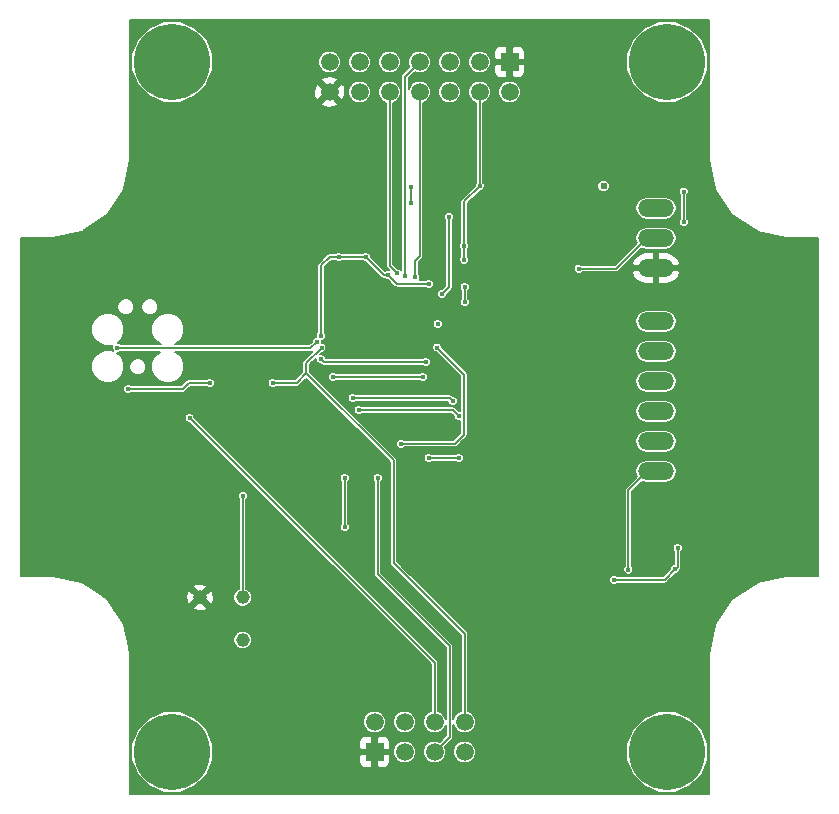
<source format=gbr>
G04 #@! TF.FileFunction,Copper,L2,Bot,Signal*
%FSLAX46Y46*%
G04 Gerber Fmt 4.6, Leading zero omitted, Abs format (unit mm)*
G04 Created by KiCad (PCBNEW (2016-07-14 BZR 6979)-product) date Monday, September 04, 2017 'PMt' 06:56:33 PM*
%MOMM*%
%LPD*%
G01*
G04 APERTURE LIST*
%ADD10C,0.100000*%
%ADD11R,1.498600X1.498600*%
%ADD12C,1.498600*%
%ADD13O,3.014980X1.506220*%
%ADD14C,6.451600*%
%ADD15C,1.158000*%
%ADD16R,1.510000X1.510000*%
%ADD17C,1.510000*%
%ADD18C,0.406400*%
%ADD19C,0.609600*%
%ADD20C,0.203200*%
%ADD21C,0.127000*%
G04 APERTURE END LIST*
D10*
D11*
X134620000Y-72390000D03*
D12*
X134620000Y-74930000D03*
X132080000Y-72390000D03*
X132080000Y-74930000D03*
X129540000Y-72390000D03*
X129540000Y-74930000D03*
X127000000Y-72390000D03*
X127000000Y-74930000D03*
X124460000Y-72390000D03*
X124460000Y-74930000D03*
X121920000Y-72390000D03*
X121920000Y-74930000D03*
X119380000Y-72390000D03*
X119380000Y-74930000D03*
D13*
X147015200Y-84759800D03*
X147015200Y-87299800D03*
X147015200Y-89839800D03*
X147015200Y-94361000D03*
X147015200Y-96901000D03*
X147015200Y-99441000D03*
X147015200Y-101981000D03*
X147015200Y-104521000D03*
X147015200Y-107061000D03*
D14*
X147955000Y-130810000D03*
X147955000Y-72390000D03*
X106045000Y-72390000D03*
X106045000Y-130810000D03*
D15*
X108422000Y-117729000D03*
X112014000Y-121321000D03*
X112014000Y-117729000D03*
D16*
X123190000Y-130810000D03*
D17*
X123190000Y-128270000D03*
X125730000Y-130810000D03*
X125730000Y-128270000D03*
X128270000Y-130810000D03*
X128270000Y-128270000D03*
X130810000Y-130810000D03*
X130810000Y-128270000D03*
D18*
X109474000Y-97790000D03*
X108458000Y-95758000D03*
X115316000Y-95250000D03*
X110490000Y-89916000D03*
X117348000Y-100584000D03*
X119126000Y-90932000D03*
X140893800Y-116992400D03*
X148285200Y-112903000D03*
X130479800Y-78587600D03*
X130429000Y-81026000D03*
X127076200Y-89433400D03*
X140131800Y-80162400D03*
X125012850Y-92883350D03*
X123725350Y-92883350D03*
X122437850Y-92883350D03*
X121150350Y-92883350D03*
X121150350Y-94170850D03*
X122437850Y-94170850D03*
X125012850Y-94170850D03*
X123725350Y-94170850D03*
X123725350Y-95458350D03*
X122437850Y-95458350D03*
X121150350Y-95458350D03*
X121150350Y-96745850D03*
X122437850Y-96745850D03*
X123725350Y-96745850D03*
X125012850Y-96745850D03*
X125012850Y-95458350D03*
X131802235Y-86846265D03*
X131394200Y-95554800D03*
X127711200Y-95681800D03*
X120142000Y-88900000D03*
X127762000Y-91186000D03*
X130810000Y-92710000D03*
X130810000Y-91440000D03*
X148844000Y-113538000D03*
X118618000Y-95564600D03*
X122428000Y-88900000D03*
X125415000Y-104709000D03*
X149352000Y-85953600D03*
X143459200Y-116230400D03*
X148640800Y-115341400D03*
X149352000Y-83362800D03*
X130760835Y-89128600D03*
X126288800Y-82981800D03*
X132080000Y-82905600D03*
X128529200Y-94564600D03*
X128458800Y-96564600D03*
D19*
X142570200Y-82905600D03*
D18*
X126290435Y-84306265D03*
X130760835Y-87989265D03*
X124333000Y-90424000D03*
X125755400Y-90474800D03*
X107518200Y-102514400D03*
X101371400Y-96570800D03*
X118287800Y-96088200D03*
X102336600Y-100076000D03*
X109220000Y-99568000D03*
X114554000Y-99568000D03*
X118694200Y-96570800D03*
X140462000Y-89890600D03*
X128905000Y-92049600D03*
X129489200Y-85521800D03*
X126644400Y-90627200D03*
X125120400Y-90297000D03*
X119681600Y-99060000D03*
X127254000Y-99060000D03*
X121331600Y-100838000D03*
X129794000Y-101092000D03*
X120650000Y-111760000D03*
X120650000Y-107594400D03*
X121831600Y-101854000D03*
X130302000Y-102362000D03*
X123444000Y-107619800D03*
X130302000Y-105918000D03*
X127762000Y-105918000D03*
X144678400Y-115366800D03*
X118618000Y-97536000D03*
X127508000Y-97790000D03*
X112039400Y-109118400D03*
D20*
X130429000Y-81026000D02*
X130429000Y-78638400D01*
X130429000Y-78638400D02*
X130479800Y-78587600D01*
X120374400Y-88900000D02*
X120142000Y-88900000D01*
X120142000Y-88900000D02*
X119380000Y-88900000D01*
X129987000Y-104709000D02*
X130759201Y-103936799D01*
X130759201Y-103936799D02*
X130759201Y-98865001D01*
X130759201Y-98865001D02*
X128661999Y-96767799D01*
X128661999Y-96767799D02*
X128458800Y-96564600D01*
X125415000Y-104709000D02*
X129987000Y-104709000D01*
X122428000Y-88900000D02*
X120374400Y-88900000D01*
X124333000Y-90424000D02*
X125095000Y-91186000D01*
X125095000Y-91186000D02*
X127762000Y-91186000D01*
X130810000Y-91440000D02*
X130810000Y-92710000D01*
X143459200Y-116230400D02*
X147751800Y-116230400D01*
X147751800Y-116230400D02*
X148640800Y-115341400D01*
X148844000Y-113538000D02*
X148844000Y-115138200D01*
X148844000Y-115138200D02*
X148640800Y-115341400D01*
X119380000Y-88900000D02*
X118668799Y-89611201D01*
X118668799Y-89611201D02*
X118668799Y-95513801D01*
X118668799Y-95513801D02*
X118618000Y-95564600D01*
X124333000Y-90424000D02*
X123952000Y-90424000D01*
X123952000Y-90424000D02*
X122428000Y-88900000D01*
X149352000Y-83362800D02*
X149352000Y-85953600D01*
X128473600Y-94564600D02*
X128529200Y-94564600D01*
X130760835Y-87989265D02*
X130760835Y-89128600D01*
X130760835Y-87989265D02*
X130760835Y-84224765D01*
X130760835Y-84224765D02*
X130793400Y-84192200D01*
X130793400Y-84192200D02*
X132080000Y-82905600D01*
X126288800Y-82981800D02*
X126288800Y-84304630D01*
X126288800Y-84304630D02*
X126290435Y-84306265D01*
X132080000Y-74930000D02*
X132080000Y-82905600D01*
X128529200Y-96494200D02*
X128458800Y-96564600D01*
X125755400Y-90474800D02*
X125755400Y-73634600D01*
X125755400Y-73634600D02*
X127000000Y-72390000D01*
X128270000Y-128270000D02*
X128270000Y-123266200D01*
X128270000Y-123266200D02*
X107518200Y-102514400D01*
X107594400Y-102514400D02*
X107518200Y-102514400D01*
X118287800Y-96088200D02*
X117754400Y-96621600D01*
X117754400Y-96621600D02*
X101422200Y-96621600D01*
X101422200Y-96621600D02*
X101371400Y-96570800D01*
X107442000Y-99568000D02*
X106934000Y-100076000D01*
X106934000Y-100076000D02*
X102336600Y-100076000D01*
X109220000Y-99568000D02*
X107442000Y-99568000D01*
X117398800Y-98755200D02*
X116586000Y-99568000D01*
X116586000Y-99568000D02*
X114554000Y-99568000D01*
X117398800Y-98729800D02*
X117398800Y-98755200D01*
X130810000Y-128270000D02*
X130810000Y-120827800D01*
X130810000Y-120827800D02*
X124790200Y-114808000D01*
X124790200Y-114808000D02*
X124790200Y-106121200D01*
X124790200Y-106121200D02*
X117398800Y-98729800D01*
X117398800Y-98729800D02*
X117398800Y-97866200D01*
X118694200Y-96570800D02*
X117398800Y-97866200D01*
X140462000Y-89890600D02*
X143670020Y-89890600D01*
X143670020Y-89890600D02*
X146260820Y-87299800D01*
X146260820Y-87299800D02*
X147015200Y-87299800D01*
X129489200Y-91160600D02*
X129489200Y-91465400D01*
X129489200Y-91465400D02*
X128905000Y-92049600D01*
X129489200Y-85521800D02*
X129489200Y-91160600D01*
X127000000Y-74930000D02*
X127000000Y-88832942D01*
X127000000Y-88832942D02*
X126618999Y-89213943D01*
X126618999Y-89213943D02*
X126618999Y-90601799D01*
X126618999Y-90601799D02*
X126644400Y-90627200D01*
X124460000Y-74930000D02*
X124460000Y-89636600D01*
X124460000Y-89636600D02*
X125120400Y-90297000D01*
X127254000Y-99060000D02*
X119681600Y-99060000D01*
X129794000Y-101092000D02*
X129540000Y-100838000D01*
X129540000Y-100838000D02*
X121331600Y-100838000D01*
X120650000Y-107594400D02*
X120650000Y-111760000D01*
X129794000Y-101854000D02*
X121831600Y-101854000D01*
X130302000Y-102362000D02*
X129794000Y-101854000D01*
X123444000Y-107619800D02*
X123444000Y-115773200D01*
X123444000Y-115773200D02*
X129540000Y-121869200D01*
X129540000Y-121869200D02*
X129540000Y-129540000D01*
X129540000Y-129540000D02*
X128270000Y-130810000D01*
X127762000Y-105918000D02*
X130302000Y-105918000D01*
X144678400Y-115366800D02*
X144678400Y-108643420D01*
X144678400Y-108643420D02*
X146260820Y-107061000D01*
X146260820Y-107061000D02*
X147015200Y-107061000D01*
X127508000Y-97790000D02*
X118872000Y-97790000D01*
X118872000Y-97790000D02*
X118618000Y-97536000D01*
X112014000Y-117729000D02*
X112014000Y-109143800D01*
X112014000Y-109143800D02*
X112039400Y-109118400D01*
D21*
G36*
X151499500Y-80645000D02*
X151504602Y-80670649D01*
X151504602Y-80696796D01*
X151987966Y-83126836D01*
X152011189Y-83182900D01*
X152027610Y-83222544D01*
X153404117Y-85282632D01*
X153477368Y-85355883D01*
X155537456Y-86732390D01*
X155633163Y-86772033D01*
X155633164Y-86772033D01*
X158063203Y-87255398D01*
X158089351Y-87255398D01*
X158115000Y-87260500D01*
X160770500Y-87260500D01*
X160770500Y-115939500D01*
X158115000Y-115939500D01*
X158089351Y-115944602D01*
X158063203Y-115944602D01*
X155633164Y-116427967D01*
X155633163Y-116427967D01*
X155537456Y-116467610D01*
X153477368Y-117844117D01*
X153404117Y-117917368D01*
X152027610Y-119977456D01*
X152027610Y-119977457D01*
X151987966Y-120073164D01*
X151504602Y-122503204D01*
X151504602Y-122529351D01*
X151499500Y-122555000D01*
X151499500Y-134354500D01*
X102500500Y-134354500D01*
X102500500Y-131491593D01*
X102602704Y-131491593D01*
X103125567Y-132757020D01*
X104092888Y-133726030D01*
X105357400Y-134251101D01*
X106726593Y-134252296D01*
X107992020Y-133729433D01*
X108961030Y-132762112D01*
X109486101Y-131497600D01*
X109486410Y-131143375D01*
X121863500Y-131143375D01*
X121863500Y-131678679D01*
X121950506Y-131888729D01*
X122111272Y-132049494D01*
X122321322Y-132136500D01*
X122856625Y-132136500D01*
X122999500Y-131993625D01*
X122999500Y-131000500D01*
X123380500Y-131000500D01*
X123380500Y-131993625D01*
X123523375Y-132136500D01*
X124058678Y-132136500D01*
X124268728Y-132049494D01*
X124429494Y-131888729D01*
X124516500Y-131678679D01*
X124516500Y-131143375D01*
X124375402Y-131002277D01*
X124758932Y-131002277D01*
X124906431Y-131359252D01*
X125179311Y-131632609D01*
X125536029Y-131780731D01*
X125922277Y-131781068D01*
X126279252Y-131633569D01*
X126552609Y-131360689D01*
X126700731Y-131003971D01*
X126701068Y-130617723D01*
X126553569Y-130260748D01*
X126280689Y-129987391D01*
X125923971Y-129839269D01*
X125537723Y-129838932D01*
X125180748Y-129986431D01*
X124907391Y-130259311D01*
X124759269Y-130616029D01*
X124758932Y-131002277D01*
X124375402Y-131002277D01*
X124373625Y-131000500D01*
X123380500Y-131000500D01*
X122999500Y-131000500D01*
X122006375Y-131000500D01*
X121863500Y-131143375D01*
X109486410Y-131143375D01*
X109487296Y-130128407D01*
X109409994Y-129941321D01*
X121863500Y-129941321D01*
X121863500Y-130476625D01*
X122006375Y-130619500D01*
X122999500Y-130619500D01*
X122999500Y-129626375D01*
X123380500Y-129626375D01*
X123380500Y-130619500D01*
X124373625Y-130619500D01*
X124516500Y-130476625D01*
X124516500Y-129941321D01*
X124429494Y-129731271D01*
X124268728Y-129570506D01*
X124058678Y-129483500D01*
X123523375Y-129483500D01*
X123380500Y-129626375D01*
X122999500Y-129626375D01*
X122856625Y-129483500D01*
X122321322Y-129483500D01*
X122111272Y-129570506D01*
X121950506Y-129731271D01*
X121863500Y-129941321D01*
X109409994Y-129941321D01*
X108964433Y-128862980D01*
X108564429Y-128462277D01*
X122218932Y-128462277D01*
X122366431Y-128819252D01*
X122639311Y-129092609D01*
X122996029Y-129240731D01*
X123382277Y-129241068D01*
X123739252Y-129093569D01*
X124012609Y-128820689D01*
X124160731Y-128463971D01*
X124160732Y-128462277D01*
X124758932Y-128462277D01*
X124906431Y-128819252D01*
X125179311Y-129092609D01*
X125536029Y-129240731D01*
X125922277Y-129241068D01*
X126279252Y-129093569D01*
X126552609Y-128820689D01*
X126700731Y-128463971D01*
X126701068Y-128077723D01*
X126553569Y-127720748D01*
X126280689Y-127447391D01*
X125923971Y-127299269D01*
X125537723Y-127298932D01*
X125180748Y-127446431D01*
X124907391Y-127719311D01*
X124759269Y-128076029D01*
X124758932Y-128462277D01*
X124160732Y-128462277D01*
X124161068Y-128077723D01*
X124013569Y-127720748D01*
X123740689Y-127447391D01*
X123383971Y-127299269D01*
X122997723Y-127298932D01*
X122640748Y-127446431D01*
X122367391Y-127719311D01*
X122219269Y-128076029D01*
X122218932Y-128462277D01*
X108564429Y-128462277D01*
X107997112Y-127893970D01*
X106732600Y-127368899D01*
X105363407Y-127367704D01*
X104097980Y-127890567D01*
X103128970Y-128857888D01*
X102603899Y-130122400D01*
X102602704Y-131491593D01*
X102500500Y-131491593D01*
X102500500Y-122555000D01*
X102495398Y-122529351D01*
X102495398Y-122503203D01*
X102291557Y-121478422D01*
X111218962Y-121478422D01*
X111339724Y-121770686D01*
X111563137Y-121994490D01*
X111855191Y-122115762D01*
X112171422Y-122116038D01*
X112463686Y-121995276D01*
X112687490Y-121771863D01*
X112808762Y-121479809D01*
X112809038Y-121163578D01*
X112688276Y-120871314D01*
X112464863Y-120647510D01*
X112172809Y-120526238D01*
X111856578Y-120525962D01*
X111564314Y-120646724D01*
X111340510Y-120870137D01*
X111219238Y-121162191D01*
X111218962Y-121478422D01*
X102291557Y-121478422D01*
X102012033Y-120073164D01*
X101972390Y-119977457D01*
X101972390Y-119977456D01*
X101038357Y-118579577D01*
X107840830Y-118579577D01*
X107895775Y-118777385D01*
X108337031Y-118898959D01*
X108791223Y-118842417D01*
X108948225Y-118777385D01*
X109003170Y-118579577D01*
X108422000Y-117998408D01*
X107840830Y-118579577D01*
X101038357Y-118579577D01*
X100595883Y-117917368D01*
X100522632Y-117844117D01*
X100223183Y-117644031D01*
X107252041Y-117644031D01*
X107308583Y-118098223D01*
X107373615Y-118255225D01*
X107571423Y-118310170D01*
X108152592Y-117729000D01*
X108691408Y-117729000D01*
X109272577Y-118310170D01*
X109470385Y-118255225D01*
X109571996Y-117886422D01*
X111218962Y-117886422D01*
X111339724Y-118178686D01*
X111563137Y-118402490D01*
X111855191Y-118523762D01*
X112171422Y-118524038D01*
X112463686Y-118403276D01*
X112687490Y-118179863D01*
X112808762Y-117887809D01*
X112809038Y-117571578D01*
X112688276Y-117279314D01*
X112464863Y-117055510D01*
X112331500Y-117000133D01*
X112331500Y-109418990D01*
X112394489Y-109356111D01*
X112458427Y-109202130D01*
X112458573Y-109035402D01*
X112394903Y-108881309D01*
X112277111Y-108763311D01*
X112123130Y-108699373D01*
X111956402Y-108699227D01*
X111802309Y-108762897D01*
X111684311Y-108880689D01*
X111620373Y-109034670D01*
X111620227Y-109201398D01*
X111683897Y-109355491D01*
X111696500Y-109368116D01*
X111696500Y-117000105D01*
X111564314Y-117054724D01*
X111340510Y-117278137D01*
X111219238Y-117570191D01*
X111218962Y-117886422D01*
X109571996Y-117886422D01*
X109591959Y-117813969D01*
X109535417Y-117359777D01*
X109470385Y-117202775D01*
X109272577Y-117147830D01*
X108691408Y-117729000D01*
X108152592Y-117729000D01*
X107571423Y-117147830D01*
X107373615Y-117202775D01*
X107252041Y-117644031D01*
X100223183Y-117644031D01*
X99077370Y-116878423D01*
X107840830Y-116878423D01*
X108422000Y-117459592D01*
X109003170Y-116878423D01*
X108948225Y-116680615D01*
X108506969Y-116559041D01*
X108052777Y-116615583D01*
X107895775Y-116680615D01*
X107840830Y-116878423D01*
X99077370Y-116878423D01*
X98462544Y-116467610D01*
X98420730Y-116450290D01*
X98366836Y-116427966D01*
X95936796Y-115944602D01*
X95910649Y-115944602D01*
X95885000Y-115939500D01*
X93229500Y-115939500D01*
X93229500Y-100158998D01*
X101917427Y-100158998D01*
X101981097Y-100313091D01*
X102098889Y-100431089D01*
X102252870Y-100495027D01*
X102419598Y-100495173D01*
X102573691Y-100431503D01*
X102611760Y-100393500D01*
X106934000Y-100393500D01*
X107055502Y-100369332D01*
X107158506Y-100300506D01*
X107573513Y-99885500D01*
X108944766Y-99885500D01*
X108982289Y-99923089D01*
X109136270Y-99987027D01*
X109302998Y-99987173D01*
X109457091Y-99923503D01*
X109575089Y-99805711D01*
X109639027Y-99651730D01*
X109639173Y-99485002D01*
X109575503Y-99330909D01*
X109457711Y-99212911D01*
X109303730Y-99148973D01*
X109137002Y-99148827D01*
X108982909Y-99212497D01*
X108944840Y-99250500D01*
X107442000Y-99250500D01*
X107340655Y-99270658D01*
X107320497Y-99274668D01*
X107217493Y-99343494D01*
X106802488Y-99758500D01*
X102611834Y-99758500D01*
X102574311Y-99720911D01*
X102420330Y-99656973D01*
X102253602Y-99656827D01*
X102099509Y-99720497D01*
X101981511Y-99838289D01*
X101917573Y-99992270D01*
X101917427Y-100158998D01*
X93229500Y-100158998D01*
X93229500Y-95299319D01*
X99205807Y-95299319D01*
X99419004Y-95815295D01*
X99813428Y-96210408D01*
X100329032Y-96424506D01*
X100887319Y-96424993D01*
X100996961Y-96379690D01*
X100952373Y-96487070D01*
X100952227Y-96653798D01*
X101015897Y-96807891D01*
X101080306Y-96872412D01*
X100889768Y-96793294D01*
X100331481Y-96792807D01*
X99815505Y-97006004D01*
X99420392Y-97400428D01*
X99206294Y-97916032D01*
X99205807Y-98474319D01*
X99419004Y-98990295D01*
X99813428Y-99385408D01*
X100329032Y-99599506D01*
X100887319Y-99599993D01*
X101403295Y-99386796D01*
X101798408Y-98992372D01*
X102012506Y-98476768D01*
X102012625Y-98339761D01*
X102425375Y-98339761D01*
X102535350Y-98605921D01*
X102738808Y-98809735D01*
X103004776Y-98920174D01*
X103292761Y-98920425D01*
X103558921Y-98810450D01*
X103762735Y-98606992D01*
X103873174Y-98341024D01*
X103873425Y-98053039D01*
X103763450Y-97786879D01*
X103559992Y-97583065D01*
X103294024Y-97472626D01*
X103006039Y-97472375D01*
X102739879Y-97582350D01*
X102536065Y-97785808D01*
X102425626Y-98051776D01*
X102425375Y-98339761D01*
X102012625Y-98339761D01*
X102012993Y-97918481D01*
X101799796Y-97402505D01*
X101405372Y-97007392D01*
X101363230Y-96989893D01*
X101454398Y-96989973D01*
X101577520Y-96939100D01*
X105057425Y-96939100D01*
X104895505Y-97006004D01*
X104500392Y-97400428D01*
X104286294Y-97916032D01*
X104285807Y-98474319D01*
X104499004Y-98990295D01*
X104893428Y-99385408D01*
X105409032Y-99599506D01*
X105967319Y-99599993D01*
X106483295Y-99386796D01*
X106878408Y-98992372D01*
X107092506Y-98476768D01*
X107092993Y-97918481D01*
X106879796Y-97402505D01*
X106485372Y-97007392D01*
X106320907Y-96939100D01*
X117754400Y-96939100D01*
X117875902Y-96914932D01*
X117951708Y-96864279D01*
X117174294Y-97641694D01*
X117105468Y-97744698D01*
X117081300Y-97866200D01*
X117081300Y-98623687D01*
X116454488Y-99250500D01*
X114829234Y-99250500D01*
X114791711Y-99212911D01*
X114637730Y-99148973D01*
X114471002Y-99148827D01*
X114316909Y-99212497D01*
X114198911Y-99330289D01*
X114134973Y-99484270D01*
X114134827Y-99650998D01*
X114198497Y-99805091D01*
X114316289Y-99923089D01*
X114470270Y-99987027D01*
X114636998Y-99987173D01*
X114791091Y-99923503D01*
X114829160Y-99885500D01*
X116586000Y-99885500D01*
X116707502Y-99861332D01*
X116810506Y-99792506D01*
X117411500Y-99191512D01*
X124472700Y-106252712D01*
X124472700Y-114808000D01*
X124493724Y-114913694D01*
X124496868Y-114929502D01*
X124565694Y-115032506D01*
X130492500Y-120959313D01*
X130492500Y-127350673D01*
X130260748Y-127446431D01*
X129987391Y-127719311D01*
X129857500Y-128032124D01*
X129857500Y-121869200D01*
X129833332Y-121747698D01*
X129764506Y-121644694D01*
X123761500Y-115641688D01*
X123761500Y-107895034D01*
X123799089Y-107857511D01*
X123863027Y-107703530D01*
X123863173Y-107536802D01*
X123799503Y-107382709D01*
X123681711Y-107264711D01*
X123527730Y-107200773D01*
X123361002Y-107200627D01*
X123206909Y-107264297D01*
X123088911Y-107382089D01*
X123024973Y-107536070D01*
X123024827Y-107702798D01*
X123088497Y-107856891D01*
X123126500Y-107894960D01*
X123126500Y-115773200D01*
X123146729Y-115874897D01*
X123150668Y-115894702D01*
X123219494Y-115997706D01*
X129222500Y-122000712D01*
X129222500Y-128032785D01*
X129093569Y-127720748D01*
X128820689Y-127447391D01*
X128587500Y-127350563D01*
X128587500Y-123266200D01*
X128563332Y-123144698D01*
X128494506Y-123041694D01*
X113130210Y-107677398D01*
X120230827Y-107677398D01*
X120294497Y-107831491D01*
X120332500Y-107869560D01*
X120332500Y-111484766D01*
X120294911Y-111522289D01*
X120230973Y-111676270D01*
X120230827Y-111842998D01*
X120294497Y-111997091D01*
X120412289Y-112115089D01*
X120566270Y-112179027D01*
X120732998Y-112179173D01*
X120887091Y-112115503D01*
X121005089Y-111997711D01*
X121069027Y-111843730D01*
X121069173Y-111677002D01*
X121005503Y-111522909D01*
X120967500Y-111484840D01*
X120967500Y-107869634D01*
X121005089Y-107832111D01*
X121069027Y-107678130D01*
X121069173Y-107511402D01*
X121005503Y-107357309D01*
X120887711Y-107239311D01*
X120733730Y-107175373D01*
X120567002Y-107175227D01*
X120412909Y-107238897D01*
X120294911Y-107356689D01*
X120230973Y-107510670D01*
X120230827Y-107677398D01*
X113130210Y-107677398D01*
X107937326Y-102484514D01*
X107937373Y-102431402D01*
X107873703Y-102277309D01*
X107755911Y-102159311D01*
X107601930Y-102095373D01*
X107435202Y-102095227D01*
X107281109Y-102158897D01*
X107163111Y-102276689D01*
X107099173Y-102430670D01*
X107099027Y-102597398D01*
X107162697Y-102751491D01*
X107280489Y-102869489D01*
X107434470Y-102933427D01*
X107488262Y-102933474D01*
X127952500Y-123397712D01*
X127952500Y-127350673D01*
X127720748Y-127446431D01*
X127447391Y-127719311D01*
X127299269Y-128076029D01*
X127298932Y-128462277D01*
X127446431Y-128819252D01*
X127719311Y-129092609D01*
X128076029Y-129240731D01*
X128462277Y-129241068D01*
X128819252Y-129093569D01*
X129092609Y-128820689D01*
X129222500Y-128507876D01*
X129222500Y-129408487D01*
X128695556Y-129935431D01*
X128463971Y-129839269D01*
X128077723Y-129838932D01*
X127720748Y-129986431D01*
X127447391Y-130259311D01*
X127299269Y-130616029D01*
X127298932Y-131002277D01*
X127446431Y-131359252D01*
X127719311Y-131632609D01*
X128076029Y-131780731D01*
X128462277Y-131781068D01*
X128819252Y-131633569D01*
X129092609Y-131360689D01*
X129240731Y-131003971D01*
X129240732Y-131002277D01*
X129838932Y-131002277D01*
X129986431Y-131359252D01*
X130259311Y-131632609D01*
X130616029Y-131780731D01*
X131002277Y-131781068D01*
X131359252Y-131633569D01*
X131501476Y-131491593D01*
X144512704Y-131491593D01*
X145035567Y-132757020D01*
X146002888Y-133726030D01*
X147267400Y-134251101D01*
X148636593Y-134252296D01*
X149902020Y-133729433D01*
X150871030Y-132762112D01*
X151396101Y-131497600D01*
X151397296Y-130128407D01*
X150874433Y-128862980D01*
X149907112Y-127893970D01*
X148642600Y-127368899D01*
X147273407Y-127367704D01*
X146007980Y-127890567D01*
X145038970Y-128857888D01*
X144513899Y-130122400D01*
X144512704Y-131491593D01*
X131501476Y-131491593D01*
X131632609Y-131360689D01*
X131780731Y-131003971D01*
X131781068Y-130617723D01*
X131633569Y-130260748D01*
X131360689Y-129987391D01*
X131003971Y-129839269D01*
X130617723Y-129838932D01*
X130260748Y-129986431D01*
X129987391Y-130259311D01*
X129839269Y-130616029D01*
X129838932Y-131002277D01*
X129240732Y-131002277D01*
X129241068Y-130617723D01*
X129144647Y-130384366D01*
X129764506Y-129764507D01*
X129833332Y-129661502D01*
X129840319Y-129626375D01*
X129857500Y-129540000D01*
X129857500Y-128507215D01*
X129986431Y-128819252D01*
X130259311Y-129092609D01*
X130616029Y-129240731D01*
X131002277Y-129241068D01*
X131359252Y-129093569D01*
X131632609Y-128820689D01*
X131780731Y-128463971D01*
X131781068Y-128077723D01*
X131633569Y-127720748D01*
X131360689Y-127447391D01*
X131127500Y-127350563D01*
X131127500Y-120827800D01*
X131103332Y-120706298D01*
X131064051Y-120647510D01*
X131034507Y-120603294D01*
X126744611Y-116313398D01*
X143040027Y-116313398D01*
X143103697Y-116467491D01*
X143221489Y-116585489D01*
X143375470Y-116649427D01*
X143542198Y-116649573D01*
X143696291Y-116585903D01*
X143734360Y-116547900D01*
X147751800Y-116547900D01*
X147873302Y-116523732D01*
X147976306Y-116454906D01*
X148670686Y-115760526D01*
X148723798Y-115760573D01*
X148877891Y-115696903D01*
X148995889Y-115579111D01*
X149059827Y-115425130D01*
X149059874Y-115371339D01*
X149068506Y-115362707D01*
X149137332Y-115259702D01*
X149145249Y-115219898D01*
X149161500Y-115138200D01*
X149161500Y-113813234D01*
X149199089Y-113775711D01*
X149263027Y-113621730D01*
X149263173Y-113455002D01*
X149199503Y-113300909D01*
X149081711Y-113182911D01*
X148927730Y-113118973D01*
X148761002Y-113118827D01*
X148606909Y-113182497D01*
X148488911Y-113300289D01*
X148424973Y-113454270D01*
X148424827Y-113620998D01*
X148488497Y-113775091D01*
X148526500Y-113813160D01*
X148526500Y-114935161D01*
X148403709Y-114985897D01*
X148285711Y-115103689D01*
X148221773Y-115257670D01*
X148221726Y-115311461D01*
X147620288Y-115912900D01*
X143734434Y-115912900D01*
X143696911Y-115875311D01*
X143542930Y-115811373D01*
X143376202Y-115811227D01*
X143222109Y-115874897D01*
X143104111Y-115992689D01*
X143040173Y-116146670D01*
X143040027Y-116313398D01*
X126744611Y-116313398D01*
X125881011Y-115449798D01*
X144259227Y-115449798D01*
X144322897Y-115603891D01*
X144440689Y-115721889D01*
X144594670Y-115785827D01*
X144761398Y-115785973D01*
X144915491Y-115722303D01*
X145033489Y-115604511D01*
X145097427Y-115450530D01*
X145097573Y-115283802D01*
X145033903Y-115129709D01*
X144995900Y-115091640D01*
X144995900Y-108774932D01*
X145831266Y-107939567D01*
X145856233Y-107956249D01*
X146227057Y-108030010D01*
X147803343Y-108030010D01*
X148174167Y-107956249D01*
X148488537Y-107746194D01*
X148698592Y-107431824D01*
X148772353Y-107061000D01*
X148698592Y-106690176D01*
X148488537Y-106375806D01*
X148174167Y-106165751D01*
X147803343Y-106091990D01*
X146227057Y-106091990D01*
X145856233Y-106165751D01*
X145541863Y-106375806D01*
X145331808Y-106690176D01*
X145258047Y-107061000D01*
X145331808Y-107431824D01*
X145375537Y-107497270D01*
X144453894Y-108418914D01*
X144385068Y-108521918D01*
X144360900Y-108643420D01*
X144360900Y-115091566D01*
X144323311Y-115129089D01*
X144259373Y-115283070D01*
X144259227Y-115449798D01*
X125881011Y-115449798D01*
X125107700Y-114676488D01*
X125107700Y-106121200D01*
X125083791Y-106000998D01*
X127342827Y-106000998D01*
X127406497Y-106155091D01*
X127524289Y-106273089D01*
X127678270Y-106337027D01*
X127844998Y-106337173D01*
X127999091Y-106273503D01*
X128037160Y-106235500D01*
X130026766Y-106235500D01*
X130064289Y-106273089D01*
X130218270Y-106337027D01*
X130384998Y-106337173D01*
X130539091Y-106273503D01*
X130657089Y-106155711D01*
X130721027Y-106001730D01*
X130721173Y-105835002D01*
X130657503Y-105680909D01*
X130539711Y-105562911D01*
X130385730Y-105498973D01*
X130219002Y-105498827D01*
X130064909Y-105562497D01*
X130026840Y-105600500D01*
X128037234Y-105600500D01*
X127999711Y-105562911D01*
X127845730Y-105498973D01*
X127679002Y-105498827D01*
X127524909Y-105562497D01*
X127406911Y-105680289D01*
X127342973Y-105834270D01*
X127342827Y-106000998D01*
X125083791Y-106000998D01*
X125083532Y-105999698D01*
X125014706Y-105896694D01*
X121055010Y-101936998D01*
X121412427Y-101936998D01*
X121476097Y-102091091D01*
X121593889Y-102209089D01*
X121747870Y-102273027D01*
X121914598Y-102273173D01*
X122068691Y-102209503D01*
X122106760Y-102171500D01*
X129662488Y-102171500D01*
X129882874Y-102391886D01*
X129882827Y-102444998D01*
X129946497Y-102599091D01*
X130064289Y-102717089D01*
X130218270Y-102781027D01*
X130384998Y-102781173D01*
X130441701Y-102757744D01*
X130441701Y-103805287D01*
X129855488Y-104391500D01*
X125690234Y-104391500D01*
X125652711Y-104353911D01*
X125498730Y-104289973D01*
X125332002Y-104289827D01*
X125177909Y-104353497D01*
X125059911Y-104471289D01*
X124995973Y-104625270D01*
X124995827Y-104791998D01*
X125059497Y-104946091D01*
X125177289Y-105064089D01*
X125331270Y-105128027D01*
X125497998Y-105128173D01*
X125652091Y-105064503D01*
X125690160Y-105026500D01*
X129987000Y-105026500D01*
X130108502Y-105002332D01*
X130211506Y-104933506D01*
X130624012Y-104521000D01*
X145258047Y-104521000D01*
X145331808Y-104891824D01*
X145541863Y-105206194D01*
X145856233Y-105416249D01*
X146227057Y-105490010D01*
X147803343Y-105490010D01*
X148174167Y-105416249D01*
X148488537Y-105206194D01*
X148698592Y-104891824D01*
X148772353Y-104521000D01*
X148698592Y-104150176D01*
X148488537Y-103835806D01*
X148174167Y-103625751D01*
X147803343Y-103551990D01*
X146227057Y-103551990D01*
X145856233Y-103625751D01*
X145541863Y-103835806D01*
X145331808Y-104150176D01*
X145258047Y-104521000D01*
X130624012Y-104521000D01*
X130983707Y-104161305D01*
X131052533Y-104058301D01*
X131076701Y-103936799D01*
X131076701Y-101981000D01*
X145258047Y-101981000D01*
X145331808Y-102351824D01*
X145541863Y-102666194D01*
X145856233Y-102876249D01*
X146227057Y-102950010D01*
X147803343Y-102950010D01*
X148174167Y-102876249D01*
X148488537Y-102666194D01*
X148698592Y-102351824D01*
X148772353Y-101981000D01*
X148698592Y-101610176D01*
X148488537Y-101295806D01*
X148174167Y-101085751D01*
X147803343Y-101011990D01*
X146227057Y-101011990D01*
X145856233Y-101085751D01*
X145541863Y-101295806D01*
X145331808Y-101610176D01*
X145258047Y-101981000D01*
X131076701Y-101981000D01*
X131076701Y-99441000D01*
X145258047Y-99441000D01*
X145331808Y-99811824D01*
X145541863Y-100126194D01*
X145856233Y-100336249D01*
X146227057Y-100410010D01*
X147803343Y-100410010D01*
X148174167Y-100336249D01*
X148488537Y-100126194D01*
X148698592Y-99811824D01*
X148772353Y-99441000D01*
X148698592Y-99070176D01*
X148488537Y-98755806D01*
X148174167Y-98545751D01*
X147803343Y-98471990D01*
X146227057Y-98471990D01*
X145856233Y-98545751D01*
X145541863Y-98755806D01*
X145331808Y-99070176D01*
X145258047Y-99441000D01*
X131076701Y-99441000D01*
X131076701Y-98865001D01*
X131052533Y-98743499D01*
X131051865Y-98742500D01*
X130983708Y-98640495D01*
X129244213Y-96901000D01*
X145258047Y-96901000D01*
X145331808Y-97271824D01*
X145541863Y-97586194D01*
X145856233Y-97796249D01*
X146227057Y-97870010D01*
X147803343Y-97870010D01*
X148174167Y-97796249D01*
X148488537Y-97586194D01*
X148698592Y-97271824D01*
X148772353Y-96901000D01*
X148698592Y-96530176D01*
X148488537Y-96215806D01*
X148174167Y-96005751D01*
X147803343Y-95931990D01*
X146227057Y-95931990D01*
X145856233Y-96005751D01*
X145541863Y-96215806D01*
X145331808Y-96530176D01*
X145258047Y-96901000D01*
X129244213Y-96901000D01*
X128886508Y-96543296D01*
X128886506Y-96543293D01*
X128877926Y-96534714D01*
X128877973Y-96481602D01*
X128814303Y-96327509D01*
X128696511Y-96209511D01*
X128542530Y-96145573D01*
X128375802Y-96145427D01*
X128221709Y-96209097D01*
X128103711Y-96326889D01*
X128039773Y-96480870D01*
X128039627Y-96647598D01*
X128103297Y-96801691D01*
X128221089Y-96919689D01*
X128375070Y-96983627D01*
X128428861Y-96983674D01*
X128437493Y-96992306D01*
X128437496Y-96992308D01*
X130441701Y-98996514D01*
X130441701Y-101966214D01*
X130385730Y-101942973D01*
X130331939Y-101942926D01*
X130018506Y-101629494D01*
X129915502Y-101560668D01*
X129794000Y-101536500D01*
X122106834Y-101536500D01*
X122069311Y-101498911D01*
X121915330Y-101434973D01*
X121748602Y-101434827D01*
X121594509Y-101498497D01*
X121476511Y-101616289D01*
X121412573Y-101770270D01*
X121412427Y-101936998D01*
X121055010Y-101936998D01*
X120039010Y-100920998D01*
X120912427Y-100920998D01*
X120976097Y-101075091D01*
X121093889Y-101193089D01*
X121247870Y-101257027D01*
X121414598Y-101257173D01*
X121568691Y-101193503D01*
X121606760Y-101155500D01*
X129374844Y-101155500D01*
X129374827Y-101174998D01*
X129438497Y-101329091D01*
X129556289Y-101447089D01*
X129710270Y-101511027D01*
X129876998Y-101511173D01*
X130031091Y-101447503D01*
X130149089Y-101329711D01*
X130213027Y-101175730D01*
X130213173Y-101009002D01*
X130149503Y-100854909D01*
X130031711Y-100736911D01*
X129877730Y-100672973D01*
X129823938Y-100672926D01*
X129764506Y-100613494D01*
X129661502Y-100544668D01*
X129540000Y-100520500D01*
X121606834Y-100520500D01*
X121569311Y-100482911D01*
X121415330Y-100418973D01*
X121248602Y-100418827D01*
X121094509Y-100482497D01*
X120976511Y-100600289D01*
X120912573Y-100754270D01*
X120912427Y-100920998D01*
X120039010Y-100920998D01*
X118261010Y-99142998D01*
X119262427Y-99142998D01*
X119326097Y-99297091D01*
X119443889Y-99415089D01*
X119597870Y-99479027D01*
X119764598Y-99479173D01*
X119918691Y-99415503D01*
X119956760Y-99377500D01*
X126978766Y-99377500D01*
X127016289Y-99415089D01*
X127170270Y-99479027D01*
X127336998Y-99479173D01*
X127491091Y-99415503D01*
X127609089Y-99297711D01*
X127673027Y-99143730D01*
X127673173Y-98977002D01*
X127609503Y-98822909D01*
X127491711Y-98704911D01*
X127337730Y-98640973D01*
X127171002Y-98640827D01*
X127016909Y-98704497D01*
X126978840Y-98742500D01*
X119956834Y-98742500D01*
X119919311Y-98704911D01*
X119765330Y-98640973D01*
X119598602Y-98640827D01*
X119444509Y-98704497D01*
X119326511Y-98822289D01*
X119262573Y-98976270D01*
X119262427Y-99142998D01*
X118261010Y-99142998D01*
X117716300Y-98598288D01*
X117716300Y-97997712D01*
X118198918Y-97515094D01*
X118198827Y-97618998D01*
X118262497Y-97773091D01*
X118380289Y-97891089D01*
X118534270Y-97955027D01*
X118588061Y-97955074D01*
X118647493Y-98014506D01*
X118750498Y-98083332D01*
X118872000Y-98107500D01*
X127232766Y-98107500D01*
X127270289Y-98145089D01*
X127424270Y-98209027D01*
X127590998Y-98209173D01*
X127745091Y-98145503D01*
X127863089Y-98027711D01*
X127927027Y-97873730D01*
X127927173Y-97707002D01*
X127863503Y-97552909D01*
X127745711Y-97434911D01*
X127591730Y-97370973D01*
X127425002Y-97370827D01*
X127270909Y-97434497D01*
X127232840Y-97472500D01*
X119037156Y-97472500D01*
X119037173Y-97453002D01*
X118973503Y-97298909D01*
X118855711Y-97180911D01*
X118701730Y-97116973D01*
X118597131Y-97116881D01*
X118724086Y-96989926D01*
X118777198Y-96989973D01*
X118931291Y-96926303D01*
X119049289Y-96808511D01*
X119113227Y-96654530D01*
X119113373Y-96487802D01*
X119049703Y-96333709D01*
X118931911Y-96215711D01*
X118777930Y-96151773D01*
X118706845Y-96151711D01*
X118706973Y-96005202D01*
X118698118Y-95983770D01*
X118700998Y-95983773D01*
X118855091Y-95920103D01*
X118973089Y-95802311D01*
X119037027Y-95648330D01*
X119037173Y-95481602D01*
X118986299Y-95358478D01*
X118986299Y-94647598D01*
X128110027Y-94647598D01*
X128173697Y-94801691D01*
X128291489Y-94919689D01*
X128445470Y-94983627D01*
X128612198Y-94983773D01*
X128766291Y-94920103D01*
X128884289Y-94802311D01*
X128948227Y-94648330D01*
X128948373Y-94481602D01*
X128898542Y-94361000D01*
X145258047Y-94361000D01*
X145331808Y-94731824D01*
X145541863Y-95046194D01*
X145856233Y-95256249D01*
X146227057Y-95330010D01*
X147803343Y-95330010D01*
X148174167Y-95256249D01*
X148488537Y-95046194D01*
X148698592Y-94731824D01*
X148772353Y-94361000D01*
X148698592Y-93990176D01*
X148488537Y-93675806D01*
X148174167Y-93465751D01*
X147803343Y-93391990D01*
X146227057Y-93391990D01*
X145856233Y-93465751D01*
X145541863Y-93675806D01*
X145331808Y-93990176D01*
X145258047Y-94361000D01*
X128898542Y-94361000D01*
X128884703Y-94327509D01*
X128766911Y-94209511D01*
X128612930Y-94145573D01*
X128446202Y-94145427D01*
X128292109Y-94209097D01*
X128174111Y-94326889D01*
X128110173Y-94480870D01*
X128110027Y-94647598D01*
X118986299Y-94647598D01*
X118986299Y-92132598D01*
X128485827Y-92132598D01*
X128549497Y-92286691D01*
X128667289Y-92404689D01*
X128821270Y-92468627D01*
X128987998Y-92468773D01*
X129142091Y-92405103D01*
X129260089Y-92287311D01*
X129324027Y-92133330D01*
X129324074Y-92079538D01*
X129713707Y-91689906D01*
X129782532Y-91586902D01*
X129795243Y-91522998D01*
X130390827Y-91522998D01*
X130454497Y-91677091D01*
X130492500Y-91715160D01*
X130492500Y-92434766D01*
X130454911Y-92472289D01*
X130390973Y-92626270D01*
X130390827Y-92792998D01*
X130454497Y-92947091D01*
X130572289Y-93065089D01*
X130726270Y-93129027D01*
X130892998Y-93129173D01*
X131047091Y-93065503D01*
X131165089Y-92947711D01*
X131229027Y-92793730D01*
X131229173Y-92627002D01*
X131165503Y-92472909D01*
X131127500Y-92434840D01*
X131127500Y-91715234D01*
X131165089Y-91677711D01*
X131229027Y-91523730D01*
X131229173Y-91357002D01*
X131165503Y-91202909D01*
X131047711Y-91084911D01*
X130893730Y-91020973D01*
X130727002Y-91020827D01*
X130572909Y-91084497D01*
X130454911Y-91202289D01*
X130390973Y-91356270D01*
X130390827Y-91522998D01*
X129795243Y-91522998D01*
X129806700Y-91465400D01*
X129806700Y-89973598D01*
X140042827Y-89973598D01*
X140106497Y-90127691D01*
X140224289Y-90245689D01*
X140378270Y-90309627D01*
X140544998Y-90309773D01*
X140699091Y-90246103D01*
X140712201Y-90233015D01*
X144995919Y-90233015D01*
X145189476Y-90641737D01*
X145577915Y-90990679D01*
X146070320Y-91164410D01*
X146824700Y-91164410D01*
X146824700Y-90030300D01*
X147205700Y-90030300D01*
X147205700Y-91164410D01*
X147960080Y-91164410D01*
X148452485Y-90990679D01*
X148840924Y-90641737D01*
X149034481Y-90233015D01*
X148935859Y-90030300D01*
X147205700Y-90030300D01*
X146824700Y-90030300D01*
X145094541Y-90030300D01*
X144995919Y-90233015D01*
X140712201Y-90233015D01*
X140737160Y-90208100D01*
X143670020Y-90208100D01*
X143791522Y-90183932D01*
X143894526Y-90115106D01*
X144563047Y-89446585D01*
X144995919Y-89446585D01*
X145094541Y-89649300D01*
X146824700Y-89649300D01*
X146824700Y-88515190D01*
X147205700Y-88515190D01*
X147205700Y-89649300D01*
X148935859Y-89649300D01*
X149034481Y-89446585D01*
X148840924Y-89037863D01*
X148452485Y-88688921D01*
X147960080Y-88515190D01*
X147205700Y-88515190D01*
X146824700Y-88515190D01*
X146070320Y-88515190D01*
X145577915Y-88688921D01*
X145189476Y-89037863D01*
X144995919Y-89446585D01*
X144563047Y-89446585D01*
X145831266Y-88178367D01*
X145856233Y-88195049D01*
X146227057Y-88268810D01*
X147803343Y-88268810D01*
X148174167Y-88195049D01*
X148488537Y-87984994D01*
X148698592Y-87670624D01*
X148772353Y-87299800D01*
X148698592Y-86928976D01*
X148488537Y-86614606D01*
X148174167Y-86404551D01*
X147803343Y-86330790D01*
X146227057Y-86330790D01*
X145856233Y-86404551D01*
X145541863Y-86614606D01*
X145331808Y-86928976D01*
X145258047Y-87299800D01*
X145331808Y-87670624D01*
X145375537Y-87736070D01*
X143538508Y-89573100D01*
X140737234Y-89573100D01*
X140699711Y-89535511D01*
X140545730Y-89471573D01*
X140379002Y-89471427D01*
X140224909Y-89535097D01*
X140106911Y-89652889D01*
X140042973Y-89806870D01*
X140042827Y-89973598D01*
X129806700Y-89973598D01*
X129806700Y-88072263D01*
X130341662Y-88072263D01*
X130405332Y-88226356D01*
X130443335Y-88264425D01*
X130443335Y-88853366D01*
X130405746Y-88890889D01*
X130341808Y-89044870D01*
X130341662Y-89211598D01*
X130405332Y-89365691D01*
X130523124Y-89483689D01*
X130677105Y-89547627D01*
X130843833Y-89547773D01*
X130997926Y-89484103D01*
X131115924Y-89366311D01*
X131179862Y-89212330D01*
X131180008Y-89045602D01*
X131116338Y-88891509D01*
X131078335Y-88853440D01*
X131078335Y-88264499D01*
X131115924Y-88226976D01*
X131179862Y-88072995D01*
X131180008Y-87906267D01*
X131116338Y-87752174D01*
X131078335Y-87714105D01*
X131078335Y-84759800D01*
X145258047Y-84759800D01*
X145331808Y-85130624D01*
X145541863Y-85444994D01*
X145856233Y-85655049D01*
X146227057Y-85728810D01*
X147803343Y-85728810D01*
X148174167Y-85655049D01*
X148488537Y-85444994D01*
X148698592Y-85130624D01*
X148772353Y-84759800D01*
X148698592Y-84388976D01*
X148488537Y-84074606D01*
X148174167Y-83864551D01*
X147803343Y-83790790D01*
X146227057Y-83790790D01*
X145856233Y-83864551D01*
X145541863Y-84074606D01*
X145331808Y-84388976D01*
X145258047Y-84759800D01*
X131078335Y-84759800D01*
X131078335Y-84356277D01*
X131988814Y-83445798D01*
X148932827Y-83445798D01*
X148996497Y-83599891D01*
X149034500Y-83637960D01*
X149034500Y-85678366D01*
X148996911Y-85715889D01*
X148932973Y-85869870D01*
X148932827Y-86036598D01*
X148996497Y-86190691D01*
X149114289Y-86308689D01*
X149268270Y-86372627D01*
X149434998Y-86372773D01*
X149589091Y-86309103D01*
X149707089Y-86191311D01*
X149771027Y-86037330D01*
X149771173Y-85870602D01*
X149707503Y-85716509D01*
X149669500Y-85678440D01*
X149669500Y-83638034D01*
X149707089Y-83600511D01*
X149771027Y-83446530D01*
X149771173Y-83279802D01*
X149707503Y-83125709D01*
X149589711Y-83007711D01*
X149435730Y-82943773D01*
X149269002Y-82943627D01*
X149114909Y-83007297D01*
X148996911Y-83125089D01*
X148932973Y-83279070D01*
X148932827Y-83445798D01*
X131988814Y-83445798D01*
X132109886Y-83324726D01*
X132162998Y-83324773D01*
X132317091Y-83261103D01*
X132435089Y-83143311D01*
X132490976Y-83008719D01*
X142049410Y-83008719D01*
X142128515Y-83200167D01*
X142274862Y-83346770D01*
X142466172Y-83426209D01*
X142673319Y-83426390D01*
X142864767Y-83347285D01*
X143011370Y-83200938D01*
X143090809Y-83009628D01*
X143090990Y-82802481D01*
X143011885Y-82611033D01*
X142865538Y-82464430D01*
X142674228Y-82384991D01*
X142467081Y-82384810D01*
X142275633Y-82463915D01*
X142129030Y-82610262D01*
X142049591Y-82801572D01*
X142049410Y-83008719D01*
X132490976Y-83008719D01*
X132499027Y-82989330D01*
X132499173Y-82822602D01*
X132435503Y-82668509D01*
X132397500Y-82630440D01*
X132397500Y-75843159D01*
X132626027Y-75748734D01*
X132897779Y-75477456D01*
X133045032Y-75122832D01*
X133045033Y-75121148D01*
X133654633Y-75121148D01*
X133801266Y-75476027D01*
X134072544Y-75747779D01*
X134427168Y-75895032D01*
X134811148Y-75895367D01*
X135166027Y-75748734D01*
X135437779Y-75477456D01*
X135585032Y-75122832D01*
X135585367Y-74738852D01*
X135438734Y-74383973D01*
X135167456Y-74112221D01*
X134812832Y-73964968D01*
X134428852Y-73964633D01*
X134073973Y-74111266D01*
X133802221Y-74382544D01*
X133654968Y-74737168D01*
X133654633Y-75121148D01*
X133045033Y-75121148D01*
X133045367Y-74738852D01*
X132898734Y-74383973D01*
X132627456Y-74112221D01*
X132272832Y-73964968D01*
X131888852Y-73964633D01*
X131533973Y-74111266D01*
X131262221Y-74382544D01*
X131114968Y-74737168D01*
X131114633Y-75121148D01*
X131261266Y-75476027D01*
X131532544Y-75747779D01*
X131762500Y-75843265D01*
X131762500Y-82630366D01*
X131724911Y-82667889D01*
X131660973Y-82821870D01*
X131660926Y-82875661D01*
X130568894Y-83967694D01*
X130536329Y-84000259D01*
X130467503Y-84103263D01*
X130443335Y-84224765D01*
X130443335Y-87714031D01*
X130405746Y-87751554D01*
X130341808Y-87905535D01*
X130341662Y-88072263D01*
X129806700Y-88072263D01*
X129806700Y-85797034D01*
X129844289Y-85759511D01*
X129908227Y-85605530D01*
X129908373Y-85438802D01*
X129844703Y-85284709D01*
X129726911Y-85166711D01*
X129572930Y-85102773D01*
X129406202Y-85102627D01*
X129252109Y-85166297D01*
X129134111Y-85284089D01*
X129070173Y-85438070D01*
X129070027Y-85604798D01*
X129133697Y-85758891D01*
X129171700Y-85796960D01*
X129171700Y-91333887D01*
X128875114Y-91630474D01*
X128822002Y-91630427D01*
X128667909Y-91694097D01*
X128549911Y-91811889D01*
X128485973Y-91965870D01*
X128485827Y-92132598D01*
X118986299Y-92132598D01*
X118986299Y-89742713D01*
X119511512Y-89217500D01*
X119866766Y-89217500D01*
X119904289Y-89255089D01*
X120058270Y-89319027D01*
X120224998Y-89319173D01*
X120379091Y-89255503D01*
X120417160Y-89217500D01*
X122152766Y-89217500D01*
X122190289Y-89255089D01*
X122344270Y-89319027D01*
X122398062Y-89319074D01*
X123727493Y-90648506D01*
X123819821Y-90710198D01*
X123830498Y-90717332D01*
X123952000Y-90741500D01*
X124057766Y-90741500D01*
X124095289Y-90779089D01*
X124249270Y-90843027D01*
X124303062Y-90843074D01*
X124870494Y-91410507D01*
X124973498Y-91479332D01*
X125095000Y-91503500D01*
X127486766Y-91503500D01*
X127524289Y-91541089D01*
X127678270Y-91605027D01*
X127844998Y-91605173D01*
X127999091Y-91541503D01*
X128117089Y-91423711D01*
X128181027Y-91269730D01*
X128181173Y-91103002D01*
X128117503Y-90948909D01*
X127999711Y-90830911D01*
X127845730Y-90766973D01*
X127679002Y-90766827D01*
X127524909Y-90830497D01*
X127486840Y-90868500D01*
X126995894Y-90868500D01*
X126999489Y-90864911D01*
X127063427Y-90710930D01*
X127063573Y-90544202D01*
X126999903Y-90390109D01*
X126936499Y-90326594D01*
X126936499Y-89345455D01*
X127224507Y-89057448D01*
X127293332Y-88954444D01*
X127317500Y-88832942D01*
X127317500Y-75843159D01*
X127546027Y-75748734D01*
X127817779Y-75477456D01*
X127965032Y-75122832D01*
X127965033Y-75121148D01*
X128574633Y-75121148D01*
X128721266Y-75476027D01*
X128992544Y-75747779D01*
X129347168Y-75895032D01*
X129731148Y-75895367D01*
X130086027Y-75748734D01*
X130357779Y-75477456D01*
X130505032Y-75122832D01*
X130505367Y-74738852D01*
X130358734Y-74383973D01*
X130087456Y-74112221D01*
X129732832Y-73964968D01*
X129348852Y-73964633D01*
X128993973Y-74111266D01*
X128722221Y-74382544D01*
X128574968Y-74737168D01*
X128574633Y-75121148D01*
X127965033Y-75121148D01*
X127965367Y-74738852D01*
X127818734Y-74383973D01*
X127547456Y-74112221D01*
X127192832Y-73964968D01*
X126808852Y-73964633D01*
X126453973Y-74111266D01*
X126182221Y-74382544D01*
X126072900Y-74645818D01*
X126072900Y-73766112D01*
X126578805Y-73260207D01*
X126807168Y-73355032D01*
X127191148Y-73355367D01*
X127546027Y-73208734D01*
X127817779Y-72937456D01*
X127965032Y-72582832D01*
X127965033Y-72581148D01*
X128574633Y-72581148D01*
X128721266Y-72936027D01*
X128992544Y-73207779D01*
X129347168Y-73355032D01*
X129731148Y-73355367D01*
X130086027Y-73208734D01*
X130357779Y-72937456D01*
X130505032Y-72582832D01*
X130505033Y-72581148D01*
X131114633Y-72581148D01*
X131261266Y-72936027D01*
X131532544Y-73207779D01*
X131887168Y-73355032D01*
X132271148Y-73355367D01*
X132626027Y-73208734D01*
X132897779Y-72937456D01*
X132986673Y-72723375D01*
X133299200Y-72723375D01*
X133299200Y-73252979D01*
X133386206Y-73463029D01*
X133546972Y-73623794D01*
X133757022Y-73710800D01*
X134286625Y-73710800D01*
X134429500Y-73567925D01*
X134429500Y-72580500D01*
X134810500Y-72580500D01*
X134810500Y-73567925D01*
X134953375Y-73710800D01*
X135482978Y-73710800D01*
X135693028Y-73623794D01*
X135853794Y-73463029D01*
X135940800Y-73252979D01*
X135940800Y-73071593D01*
X144512704Y-73071593D01*
X145035567Y-74337020D01*
X146002888Y-75306030D01*
X147267400Y-75831101D01*
X148636593Y-75832296D01*
X149902020Y-75309433D01*
X150871030Y-74342112D01*
X151396101Y-73077600D01*
X151397296Y-71708407D01*
X150874433Y-70442980D01*
X149907112Y-69473970D01*
X148642600Y-68948899D01*
X147273407Y-68947704D01*
X146007980Y-69470567D01*
X145038970Y-70437888D01*
X144513899Y-71702400D01*
X144512704Y-73071593D01*
X135940800Y-73071593D01*
X135940800Y-72723375D01*
X135797925Y-72580500D01*
X134810500Y-72580500D01*
X134429500Y-72580500D01*
X133442075Y-72580500D01*
X133299200Y-72723375D01*
X132986673Y-72723375D01*
X133045032Y-72582832D01*
X133045367Y-72198852D01*
X132898734Y-71843973D01*
X132627456Y-71572221D01*
X132518603Y-71527021D01*
X133299200Y-71527021D01*
X133299200Y-72056625D01*
X133442075Y-72199500D01*
X134429500Y-72199500D01*
X134429500Y-71212075D01*
X134810500Y-71212075D01*
X134810500Y-72199500D01*
X135797925Y-72199500D01*
X135940800Y-72056625D01*
X135940800Y-71527021D01*
X135853794Y-71316971D01*
X135693028Y-71156206D01*
X135482978Y-71069200D01*
X134953375Y-71069200D01*
X134810500Y-71212075D01*
X134429500Y-71212075D01*
X134286625Y-71069200D01*
X133757022Y-71069200D01*
X133546972Y-71156206D01*
X133386206Y-71316971D01*
X133299200Y-71527021D01*
X132518603Y-71527021D01*
X132272832Y-71424968D01*
X131888852Y-71424633D01*
X131533973Y-71571266D01*
X131262221Y-71842544D01*
X131114968Y-72197168D01*
X131114633Y-72581148D01*
X130505033Y-72581148D01*
X130505367Y-72198852D01*
X130358734Y-71843973D01*
X130087456Y-71572221D01*
X129732832Y-71424968D01*
X129348852Y-71424633D01*
X128993973Y-71571266D01*
X128722221Y-71842544D01*
X128574968Y-72197168D01*
X128574633Y-72581148D01*
X127965033Y-72581148D01*
X127965367Y-72198852D01*
X127818734Y-71843973D01*
X127547456Y-71572221D01*
X127192832Y-71424968D01*
X126808852Y-71424633D01*
X126453973Y-71571266D01*
X126182221Y-71842544D01*
X126034968Y-72197168D01*
X126034633Y-72581148D01*
X126129717Y-72811270D01*
X125530894Y-73410094D01*
X125462068Y-73513098D01*
X125437900Y-73634600D01*
X125437900Y-90021840D01*
X125358111Y-89941911D01*
X125204130Y-89877973D01*
X125150339Y-89877926D01*
X124777500Y-89505088D01*
X124777500Y-75843159D01*
X125006027Y-75748734D01*
X125277779Y-75477456D01*
X125425032Y-75122832D01*
X125425367Y-74738852D01*
X125278734Y-74383973D01*
X125007456Y-74112221D01*
X124652832Y-73964968D01*
X124268852Y-73964633D01*
X123913973Y-74111266D01*
X123642221Y-74382544D01*
X123494968Y-74737168D01*
X123494633Y-75121148D01*
X123641266Y-75476027D01*
X123912544Y-75747779D01*
X124142500Y-75843265D01*
X124142500Y-89636600D01*
X124148367Y-89666094D01*
X124166668Y-89758102D01*
X124235494Y-89861106D01*
X124379328Y-90004940D01*
X124250002Y-90004827D01*
X124095909Y-90068497D01*
X124070687Y-90093675D01*
X122847126Y-88870114D01*
X122847173Y-88817002D01*
X122783503Y-88662909D01*
X122665711Y-88544911D01*
X122511730Y-88480973D01*
X122345002Y-88480827D01*
X122190909Y-88544497D01*
X122152840Y-88582500D01*
X120417234Y-88582500D01*
X120379711Y-88544911D01*
X120225730Y-88480973D01*
X120059002Y-88480827D01*
X119904909Y-88544497D01*
X119866840Y-88582500D01*
X119380000Y-88582500D01*
X119258498Y-88606668D01*
X119155494Y-88675494D01*
X118444293Y-89386695D01*
X118375467Y-89489699D01*
X118351299Y-89611201D01*
X118351299Y-95238655D01*
X118262911Y-95326889D01*
X118198973Y-95480870D01*
X118198827Y-95647598D01*
X118207682Y-95669030D01*
X118204802Y-95669027D01*
X118050709Y-95732697D01*
X117932711Y-95850489D01*
X117868773Y-96004470D01*
X117868726Y-96058261D01*
X117622888Y-96304100D01*
X106259902Y-96304100D01*
X106483295Y-96211796D01*
X106878408Y-95817372D01*
X107092506Y-95301768D01*
X107092993Y-94743481D01*
X106879796Y-94227505D01*
X106485372Y-93832392D01*
X105969768Y-93618294D01*
X105411481Y-93617807D01*
X104895505Y-93831004D01*
X104500392Y-94225428D01*
X104286294Y-94741032D01*
X104285807Y-95299319D01*
X104499004Y-95815295D01*
X104893428Y-96210408D01*
X105119063Y-96304100D01*
X101697346Y-96304100D01*
X101609111Y-96215711D01*
X101460987Y-96154205D01*
X101798408Y-95817372D01*
X102012506Y-95301768D01*
X102012993Y-94743481D01*
X101799796Y-94227505D01*
X101405372Y-93832392D01*
X100889768Y-93618294D01*
X100331481Y-93617807D01*
X99815505Y-93831004D01*
X99420392Y-94225428D01*
X99206294Y-94741032D01*
X99205807Y-95299319D01*
X93229500Y-95299319D01*
X93229500Y-93259761D01*
X101409375Y-93259761D01*
X101519350Y-93525921D01*
X101722808Y-93729735D01*
X101988776Y-93840174D01*
X102276761Y-93840425D01*
X102542921Y-93730450D01*
X102746735Y-93526992D01*
X102857174Y-93261024D01*
X102857175Y-93259761D01*
X103441375Y-93259761D01*
X103551350Y-93525921D01*
X103754808Y-93729735D01*
X104020776Y-93840174D01*
X104308761Y-93840425D01*
X104574921Y-93730450D01*
X104778735Y-93526992D01*
X104889174Y-93261024D01*
X104889425Y-92973039D01*
X104779450Y-92706879D01*
X104575992Y-92503065D01*
X104310024Y-92392626D01*
X104022039Y-92392375D01*
X103755879Y-92502350D01*
X103552065Y-92705808D01*
X103441626Y-92971776D01*
X103441375Y-93259761D01*
X102857175Y-93259761D01*
X102857425Y-92973039D01*
X102747450Y-92706879D01*
X102543992Y-92503065D01*
X102278024Y-92392626D01*
X101990039Y-92392375D01*
X101723879Y-92502350D01*
X101520065Y-92705808D01*
X101409626Y-92971776D01*
X101409375Y-93259761D01*
X93229500Y-93259761D01*
X93229500Y-87260500D01*
X95885000Y-87260500D01*
X95910649Y-87255398D01*
X95936796Y-87255398D01*
X98366836Y-86772034D01*
X98422900Y-86748811D01*
X98462544Y-86732390D01*
X100522632Y-85355883D01*
X100595883Y-85282632D01*
X101972390Y-83222544D01*
X102012033Y-83126837D01*
X102012033Y-83126836D01*
X102495398Y-80696797D01*
X102495398Y-80670649D01*
X102500500Y-80645000D01*
X102500500Y-75905194D01*
X118674214Y-75905194D01*
X118750522Y-76120501D01*
X119254023Y-76270771D01*
X119776703Y-76216919D01*
X120009478Y-76120501D01*
X120085786Y-75905194D01*
X119380000Y-75199408D01*
X118674214Y-75905194D01*
X102500500Y-75905194D01*
X102500500Y-73071593D01*
X102602704Y-73071593D01*
X103125567Y-74337020D01*
X104092888Y-75306030D01*
X105357400Y-75831101D01*
X106726593Y-75832296D01*
X107992020Y-75309433D01*
X108498312Y-74804023D01*
X118039229Y-74804023D01*
X118093081Y-75326703D01*
X118189499Y-75559478D01*
X118404806Y-75635786D01*
X119110592Y-74930000D01*
X119649408Y-74930000D01*
X120355194Y-75635786D01*
X120570501Y-75559478D01*
X120701320Y-75121148D01*
X120954633Y-75121148D01*
X121101266Y-75476027D01*
X121372544Y-75747779D01*
X121727168Y-75895032D01*
X122111148Y-75895367D01*
X122466027Y-75748734D01*
X122737779Y-75477456D01*
X122885032Y-75122832D01*
X122885367Y-74738852D01*
X122738734Y-74383973D01*
X122467456Y-74112221D01*
X122112832Y-73964968D01*
X121728852Y-73964633D01*
X121373973Y-74111266D01*
X121102221Y-74382544D01*
X120954968Y-74737168D01*
X120954633Y-75121148D01*
X120701320Y-75121148D01*
X120720771Y-75055977D01*
X120666919Y-74533297D01*
X120570501Y-74300522D01*
X120355194Y-74224214D01*
X119649408Y-74930000D01*
X119110592Y-74930000D01*
X118404806Y-74224214D01*
X118189499Y-74300522D01*
X118039229Y-74804023D01*
X108498312Y-74804023D01*
X108961030Y-74342112D01*
X109121853Y-73954806D01*
X118674214Y-73954806D01*
X119380000Y-74660592D01*
X120085786Y-73954806D01*
X120009478Y-73739499D01*
X119505977Y-73589229D01*
X118983297Y-73643081D01*
X118750522Y-73739499D01*
X118674214Y-73954806D01*
X109121853Y-73954806D01*
X109486101Y-73077600D01*
X109486534Y-72581148D01*
X118414633Y-72581148D01*
X118561266Y-72936027D01*
X118832544Y-73207779D01*
X119187168Y-73355032D01*
X119571148Y-73355367D01*
X119926027Y-73208734D01*
X120197779Y-72937456D01*
X120345032Y-72582832D01*
X120345033Y-72581148D01*
X120954633Y-72581148D01*
X121101266Y-72936027D01*
X121372544Y-73207779D01*
X121727168Y-73355032D01*
X122111148Y-73355367D01*
X122466027Y-73208734D01*
X122737779Y-72937456D01*
X122885032Y-72582832D01*
X122885033Y-72581148D01*
X123494633Y-72581148D01*
X123641266Y-72936027D01*
X123912544Y-73207779D01*
X124267168Y-73355032D01*
X124651148Y-73355367D01*
X125006027Y-73208734D01*
X125277779Y-72937456D01*
X125425032Y-72582832D01*
X125425367Y-72198852D01*
X125278734Y-71843973D01*
X125007456Y-71572221D01*
X124652832Y-71424968D01*
X124268852Y-71424633D01*
X123913973Y-71571266D01*
X123642221Y-71842544D01*
X123494968Y-72197168D01*
X123494633Y-72581148D01*
X122885033Y-72581148D01*
X122885367Y-72198852D01*
X122738734Y-71843973D01*
X122467456Y-71572221D01*
X122112832Y-71424968D01*
X121728852Y-71424633D01*
X121373973Y-71571266D01*
X121102221Y-71842544D01*
X120954968Y-72197168D01*
X120954633Y-72581148D01*
X120345033Y-72581148D01*
X120345367Y-72198852D01*
X120198734Y-71843973D01*
X119927456Y-71572221D01*
X119572832Y-71424968D01*
X119188852Y-71424633D01*
X118833973Y-71571266D01*
X118562221Y-71842544D01*
X118414968Y-72197168D01*
X118414633Y-72581148D01*
X109486534Y-72581148D01*
X109487296Y-71708407D01*
X108964433Y-70442980D01*
X107997112Y-69473970D01*
X106732600Y-68948899D01*
X105363407Y-68947704D01*
X104097980Y-69470567D01*
X103128970Y-70437888D01*
X102603899Y-71702400D01*
X102602704Y-73071593D01*
X102500500Y-73071593D01*
X102500500Y-68845500D01*
X151499500Y-68845500D01*
X151499500Y-80645000D01*
X151499500Y-80645000D01*
G37*
X151499500Y-80645000D02*
X151504602Y-80670649D01*
X151504602Y-80696796D01*
X151987966Y-83126836D01*
X152011189Y-83182900D01*
X152027610Y-83222544D01*
X153404117Y-85282632D01*
X153477368Y-85355883D01*
X155537456Y-86732390D01*
X155633163Y-86772033D01*
X155633164Y-86772033D01*
X158063203Y-87255398D01*
X158089351Y-87255398D01*
X158115000Y-87260500D01*
X160770500Y-87260500D01*
X160770500Y-115939500D01*
X158115000Y-115939500D01*
X158089351Y-115944602D01*
X158063203Y-115944602D01*
X155633164Y-116427967D01*
X155633163Y-116427967D01*
X155537456Y-116467610D01*
X153477368Y-117844117D01*
X153404117Y-117917368D01*
X152027610Y-119977456D01*
X152027610Y-119977457D01*
X151987966Y-120073164D01*
X151504602Y-122503204D01*
X151504602Y-122529351D01*
X151499500Y-122555000D01*
X151499500Y-134354500D01*
X102500500Y-134354500D01*
X102500500Y-131491593D01*
X102602704Y-131491593D01*
X103125567Y-132757020D01*
X104092888Y-133726030D01*
X105357400Y-134251101D01*
X106726593Y-134252296D01*
X107992020Y-133729433D01*
X108961030Y-132762112D01*
X109486101Y-131497600D01*
X109486410Y-131143375D01*
X121863500Y-131143375D01*
X121863500Y-131678679D01*
X121950506Y-131888729D01*
X122111272Y-132049494D01*
X122321322Y-132136500D01*
X122856625Y-132136500D01*
X122999500Y-131993625D01*
X122999500Y-131000500D01*
X123380500Y-131000500D01*
X123380500Y-131993625D01*
X123523375Y-132136500D01*
X124058678Y-132136500D01*
X124268728Y-132049494D01*
X124429494Y-131888729D01*
X124516500Y-131678679D01*
X124516500Y-131143375D01*
X124375402Y-131002277D01*
X124758932Y-131002277D01*
X124906431Y-131359252D01*
X125179311Y-131632609D01*
X125536029Y-131780731D01*
X125922277Y-131781068D01*
X126279252Y-131633569D01*
X126552609Y-131360689D01*
X126700731Y-131003971D01*
X126701068Y-130617723D01*
X126553569Y-130260748D01*
X126280689Y-129987391D01*
X125923971Y-129839269D01*
X125537723Y-129838932D01*
X125180748Y-129986431D01*
X124907391Y-130259311D01*
X124759269Y-130616029D01*
X124758932Y-131002277D01*
X124375402Y-131002277D01*
X124373625Y-131000500D01*
X123380500Y-131000500D01*
X122999500Y-131000500D01*
X122006375Y-131000500D01*
X121863500Y-131143375D01*
X109486410Y-131143375D01*
X109487296Y-130128407D01*
X109409994Y-129941321D01*
X121863500Y-129941321D01*
X121863500Y-130476625D01*
X122006375Y-130619500D01*
X122999500Y-130619500D01*
X122999500Y-129626375D01*
X123380500Y-129626375D01*
X123380500Y-130619500D01*
X124373625Y-130619500D01*
X124516500Y-130476625D01*
X124516500Y-129941321D01*
X124429494Y-129731271D01*
X124268728Y-129570506D01*
X124058678Y-129483500D01*
X123523375Y-129483500D01*
X123380500Y-129626375D01*
X122999500Y-129626375D01*
X122856625Y-129483500D01*
X122321322Y-129483500D01*
X122111272Y-129570506D01*
X121950506Y-129731271D01*
X121863500Y-129941321D01*
X109409994Y-129941321D01*
X108964433Y-128862980D01*
X108564429Y-128462277D01*
X122218932Y-128462277D01*
X122366431Y-128819252D01*
X122639311Y-129092609D01*
X122996029Y-129240731D01*
X123382277Y-129241068D01*
X123739252Y-129093569D01*
X124012609Y-128820689D01*
X124160731Y-128463971D01*
X124160732Y-128462277D01*
X124758932Y-128462277D01*
X124906431Y-128819252D01*
X125179311Y-129092609D01*
X125536029Y-129240731D01*
X125922277Y-129241068D01*
X126279252Y-129093569D01*
X126552609Y-128820689D01*
X126700731Y-128463971D01*
X126701068Y-128077723D01*
X126553569Y-127720748D01*
X126280689Y-127447391D01*
X125923971Y-127299269D01*
X125537723Y-127298932D01*
X125180748Y-127446431D01*
X124907391Y-127719311D01*
X124759269Y-128076029D01*
X124758932Y-128462277D01*
X124160732Y-128462277D01*
X124161068Y-128077723D01*
X124013569Y-127720748D01*
X123740689Y-127447391D01*
X123383971Y-127299269D01*
X122997723Y-127298932D01*
X122640748Y-127446431D01*
X122367391Y-127719311D01*
X122219269Y-128076029D01*
X122218932Y-128462277D01*
X108564429Y-128462277D01*
X107997112Y-127893970D01*
X106732600Y-127368899D01*
X105363407Y-127367704D01*
X104097980Y-127890567D01*
X103128970Y-128857888D01*
X102603899Y-130122400D01*
X102602704Y-131491593D01*
X102500500Y-131491593D01*
X102500500Y-122555000D01*
X102495398Y-122529351D01*
X102495398Y-122503203D01*
X102291557Y-121478422D01*
X111218962Y-121478422D01*
X111339724Y-121770686D01*
X111563137Y-121994490D01*
X111855191Y-122115762D01*
X112171422Y-122116038D01*
X112463686Y-121995276D01*
X112687490Y-121771863D01*
X112808762Y-121479809D01*
X112809038Y-121163578D01*
X112688276Y-120871314D01*
X112464863Y-120647510D01*
X112172809Y-120526238D01*
X111856578Y-120525962D01*
X111564314Y-120646724D01*
X111340510Y-120870137D01*
X111219238Y-121162191D01*
X111218962Y-121478422D01*
X102291557Y-121478422D01*
X102012033Y-120073164D01*
X101972390Y-119977457D01*
X101972390Y-119977456D01*
X101038357Y-118579577D01*
X107840830Y-118579577D01*
X107895775Y-118777385D01*
X108337031Y-118898959D01*
X108791223Y-118842417D01*
X108948225Y-118777385D01*
X109003170Y-118579577D01*
X108422000Y-117998408D01*
X107840830Y-118579577D01*
X101038357Y-118579577D01*
X100595883Y-117917368D01*
X100522632Y-117844117D01*
X100223183Y-117644031D01*
X107252041Y-117644031D01*
X107308583Y-118098223D01*
X107373615Y-118255225D01*
X107571423Y-118310170D01*
X108152592Y-117729000D01*
X108691408Y-117729000D01*
X109272577Y-118310170D01*
X109470385Y-118255225D01*
X109571996Y-117886422D01*
X111218962Y-117886422D01*
X111339724Y-118178686D01*
X111563137Y-118402490D01*
X111855191Y-118523762D01*
X112171422Y-118524038D01*
X112463686Y-118403276D01*
X112687490Y-118179863D01*
X112808762Y-117887809D01*
X112809038Y-117571578D01*
X112688276Y-117279314D01*
X112464863Y-117055510D01*
X112331500Y-117000133D01*
X112331500Y-109418990D01*
X112394489Y-109356111D01*
X112458427Y-109202130D01*
X112458573Y-109035402D01*
X112394903Y-108881309D01*
X112277111Y-108763311D01*
X112123130Y-108699373D01*
X111956402Y-108699227D01*
X111802309Y-108762897D01*
X111684311Y-108880689D01*
X111620373Y-109034670D01*
X111620227Y-109201398D01*
X111683897Y-109355491D01*
X111696500Y-109368116D01*
X111696500Y-117000105D01*
X111564314Y-117054724D01*
X111340510Y-117278137D01*
X111219238Y-117570191D01*
X111218962Y-117886422D01*
X109571996Y-117886422D01*
X109591959Y-117813969D01*
X109535417Y-117359777D01*
X109470385Y-117202775D01*
X109272577Y-117147830D01*
X108691408Y-117729000D01*
X108152592Y-117729000D01*
X107571423Y-117147830D01*
X107373615Y-117202775D01*
X107252041Y-117644031D01*
X100223183Y-117644031D01*
X99077370Y-116878423D01*
X107840830Y-116878423D01*
X108422000Y-117459592D01*
X109003170Y-116878423D01*
X108948225Y-116680615D01*
X108506969Y-116559041D01*
X108052777Y-116615583D01*
X107895775Y-116680615D01*
X107840830Y-116878423D01*
X99077370Y-116878423D01*
X98462544Y-116467610D01*
X98420730Y-116450290D01*
X98366836Y-116427966D01*
X95936796Y-115944602D01*
X95910649Y-115944602D01*
X95885000Y-115939500D01*
X93229500Y-115939500D01*
X93229500Y-100158998D01*
X101917427Y-100158998D01*
X101981097Y-100313091D01*
X102098889Y-100431089D01*
X102252870Y-100495027D01*
X102419598Y-100495173D01*
X102573691Y-100431503D01*
X102611760Y-100393500D01*
X106934000Y-100393500D01*
X107055502Y-100369332D01*
X107158506Y-100300506D01*
X107573513Y-99885500D01*
X108944766Y-99885500D01*
X108982289Y-99923089D01*
X109136270Y-99987027D01*
X109302998Y-99987173D01*
X109457091Y-99923503D01*
X109575089Y-99805711D01*
X109639027Y-99651730D01*
X109639173Y-99485002D01*
X109575503Y-99330909D01*
X109457711Y-99212911D01*
X109303730Y-99148973D01*
X109137002Y-99148827D01*
X108982909Y-99212497D01*
X108944840Y-99250500D01*
X107442000Y-99250500D01*
X107340655Y-99270658D01*
X107320497Y-99274668D01*
X107217493Y-99343494D01*
X106802488Y-99758500D01*
X102611834Y-99758500D01*
X102574311Y-99720911D01*
X102420330Y-99656973D01*
X102253602Y-99656827D01*
X102099509Y-99720497D01*
X101981511Y-99838289D01*
X101917573Y-99992270D01*
X101917427Y-100158998D01*
X93229500Y-100158998D01*
X93229500Y-95299319D01*
X99205807Y-95299319D01*
X99419004Y-95815295D01*
X99813428Y-96210408D01*
X100329032Y-96424506D01*
X100887319Y-96424993D01*
X100996961Y-96379690D01*
X100952373Y-96487070D01*
X100952227Y-96653798D01*
X101015897Y-96807891D01*
X101080306Y-96872412D01*
X100889768Y-96793294D01*
X100331481Y-96792807D01*
X99815505Y-97006004D01*
X99420392Y-97400428D01*
X99206294Y-97916032D01*
X99205807Y-98474319D01*
X99419004Y-98990295D01*
X99813428Y-99385408D01*
X100329032Y-99599506D01*
X100887319Y-99599993D01*
X101403295Y-99386796D01*
X101798408Y-98992372D01*
X102012506Y-98476768D01*
X102012625Y-98339761D01*
X102425375Y-98339761D01*
X102535350Y-98605921D01*
X102738808Y-98809735D01*
X103004776Y-98920174D01*
X103292761Y-98920425D01*
X103558921Y-98810450D01*
X103762735Y-98606992D01*
X103873174Y-98341024D01*
X103873425Y-98053039D01*
X103763450Y-97786879D01*
X103559992Y-97583065D01*
X103294024Y-97472626D01*
X103006039Y-97472375D01*
X102739879Y-97582350D01*
X102536065Y-97785808D01*
X102425626Y-98051776D01*
X102425375Y-98339761D01*
X102012625Y-98339761D01*
X102012993Y-97918481D01*
X101799796Y-97402505D01*
X101405372Y-97007392D01*
X101363230Y-96989893D01*
X101454398Y-96989973D01*
X101577520Y-96939100D01*
X105057425Y-96939100D01*
X104895505Y-97006004D01*
X104500392Y-97400428D01*
X104286294Y-97916032D01*
X104285807Y-98474319D01*
X104499004Y-98990295D01*
X104893428Y-99385408D01*
X105409032Y-99599506D01*
X105967319Y-99599993D01*
X106483295Y-99386796D01*
X106878408Y-98992372D01*
X107092506Y-98476768D01*
X107092993Y-97918481D01*
X106879796Y-97402505D01*
X106485372Y-97007392D01*
X106320907Y-96939100D01*
X117754400Y-96939100D01*
X117875902Y-96914932D01*
X117951708Y-96864279D01*
X117174294Y-97641694D01*
X117105468Y-97744698D01*
X117081300Y-97866200D01*
X117081300Y-98623687D01*
X116454488Y-99250500D01*
X114829234Y-99250500D01*
X114791711Y-99212911D01*
X114637730Y-99148973D01*
X114471002Y-99148827D01*
X114316909Y-99212497D01*
X114198911Y-99330289D01*
X114134973Y-99484270D01*
X114134827Y-99650998D01*
X114198497Y-99805091D01*
X114316289Y-99923089D01*
X114470270Y-99987027D01*
X114636998Y-99987173D01*
X114791091Y-99923503D01*
X114829160Y-99885500D01*
X116586000Y-99885500D01*
X116707502Y-99861332D01*
X116810506Y-99792506D01*
X117411500Y-99191512D01*
X124472700Y-106252712D01*
X124472700Y-114808000D01*
X124493724Y-114913694D01*
X124496868Y-114929502D01*
X124565694Y-115032506D01*
X130492500Y-120959313D01*
X130492500Y-127350673D01*
X130260748Y-127446431D01*
X129987391Y-127719311D01*
X129857500Y-128032124D01*
X129857500Y-121869200D01*
X129833332Y-121747698D01*
X129764506Y-121644694D01*
X123761500Y-115641688D01*
X123761500Y-107895034D01*
X123799089Y-107857511D01*
X123863027Y-107703530D01*
X123863173Y-107536802D01*
X123799503Y-107382709D01*
X123681711Y-107264711D01*
X123527730Y-107200773D01*
X123361002Y-107200627D01*
X123206909Y-107264297D01*
X123088911Y-107382089D01*
X123024973Y-107536070D01*
X123024827Y-107702798D01*
X123088497Y-107856891D01*
X123126500Y-107894960D01*
X123126500Y-115773200D01*
X123146729Y-115874897D01*
X123150668Y-115894702D01*
X123219494Y-115997706D01*
X129222500Y-122000712D01*
X129222500Y-128032785D01*
X129093569Y-127720748D01*
X128820689Y-127447391D01*
X128587500Y-127350563D01*
X128587500Y-123266200D01*
X128563332Y-123144698D01*
X128494506Y-123041694D01*
X113130210Y-107677398D01*
X120230827Y-107677398D01*
X120294497Y-107831491D01*
X120332500Y-107869560D01*
X120332500Y-111484766D01*
X120294911Y-111522289D01*
X120230973Y-111676270D01*
X120230827Y-111842998D01*
X120294497Y-111997091D01*
X120412289Y-112115089D01*
X120566270Y-112179027D01*
X120732998Y-112179173D01*
X120887091Y-112115503D01*
X121005089Y-111997711D01*
X121069027Y-111843730D01*
X121069173Y-111677002D01*
X121005503Y-111522909D01*
X120967500Y-111484840D01*
X120967500Y-107869634D01*
X121005089Y-107832111D01*
X121069027Y-107678130D01*
X121069173Y-107511402D01*
X121005503Y-107357309D01*
X120887711Y-107239311D01*
X120733730Y-107175373D01*
X120567002Y-107175227D01*
X120412909Y-107238897D01*
X120294911Y-107356689D01*
X120230973Y-107510670D01*
X120230827Y-107677398D01*
X113130210Y-107677398D01*
X107937326Y-102484514D01*
X107937373Y-102431402D01*
X107873703Y-102277309D01*
X107755911Y-102159311D01*
X107601930Y-102095373D01*
X107435202Y-102095227D01*
X107281109Y-102158897D01*
X107163111Y-102276689D01*
X107099173Y-102430670D01*
X107099027Y-102597398D01*
X107162697Y-102751491D01*
X107280489Y-102869489D01*
X107434470Y-102933427D01*
X107488262Y-102933474D01*
X127952500Y-123397712D01*
X127952500Y-127350673D01*
X127720748Y-127446431D01*
X127447391Y-127719311D01*
X127299269Y-128076029D01*
X127298932Y-128462277D01*
X127446431Y-128819252D01*
X127719311Y-129092609D01*
X128076029Y-129240731D01*
X128462277Y-129241068D01*
X128819252Y-129093569D01*
X129092609Y-128820689D01*
X129222500Y-128507876D01*
X129222500Y-129408487D01*
X128695556Y-129935431D01*
X128463971Y-129839269D01*
X128077723Y-129838932D01*
X127720748Y-129986431D01*
X127447391Y-130259311D01*
X127299269Y-130616029D01*
X127298932Y-131002277D01*
X127446431Y-131359252D01*
X127719311Y-131632609D01*
X128076029Y-131780731D01*
X128462277Y-131781068D01*
X128819252Y-131633569D01*
X129092609Y-131360689D01*
X129240731Y-131003971D01*
X129240732Y-131002277D01*
X129838932Y-131002277D01*
X129986431Y-131359252D01*
X130259311Y-131632609D01*
X130616029Y-131780731D01*
X131002277Y-131781068D01*
X131359252Y-131633569D01*
X131501476Y-131491593D01*
X144512704Y-131491593D01*
X145035567Y-132757020D01*
X146002888Y-133726030D01*
X147267400Y-134251101D01*
X148636593Y-134252296D01*
X149902020Y-133729433D01*
X150871030Y-132762112D01*
X151396101Y-131497600D01*
X151397296Y-130128407D01*
X150874433Y-128862980D01*
X149907112Y-127893970D01*
X148642600Y-127368899D01*
X147273407Y-127367704D01*
X146007980Y-127890567D01*
X145038970Y-128857888D01*
X144513899Y-130122400D01*
X144512704Y-131491593D01*
X131501476Y-131491593D01*
X131632609Y-131360689D01*
X131780731Y-131003971D01*
X131781068Y-130617723D01*
X131633569Y-130260748D01*
X131360689Y-129987391D01*
X131003971Y-129839269D01*
X130617723Y-129838932D01*
X130260748Y-129986431D01*
X129987391Y-130259311D01*
X129839269Y-130616029D01*
X129838932Y-131002277D01*
X129240732Y-131002277D01*
X129241068Y-130617723D01*
X129144647Y-130384366D01*
X129764506Y-129764507D01*
X129833332Y-129661502D01*
X129840319Y-129626375D01*
X129857500Y-129540000D01*
X129857500Y-128507215D01*
X129986431Y-128819252D01*
X130259311Y-129092609D01*
X130616029Y-129240731D01*
X131002277Y-129241068D01*
X131359252Y-129093569D01*
X131632609Y-128820689D01*
X131780731Y-128463971D01*
X131781068Y-128077723D01*
X131633569Y-127720748D01*
X131360689Y-127447391D01*
X131127500Y-127350563D01*
X131127500Y-120827800D01*
X131103332Y-120706298D01*
X131064051Y-120647510D01*
X131034507Y-120603294D01*
X126744611Y-116313398D01*
X143040027Y-116313398D01*
X143103697Y-116467491D01*
X143221489Y-116585489D01*
X143375470Y-116649427D01*
X143542198Y-116649573D01*
X143696291Y-116585903D01*
X143734360Y-116547900D01*
X147751800Y-116547900D01*
X147873302Y-116523732D01*
X147976306Y-116454906D01*
X148670686Y-115760526D01*
X148723798Y-115760573D01*
X148877891Y-115696903D01*
X148995889Y-115579111D01*
X149059827Y-115425130D01*
X149059874Y-115371339D01*
X149068506Y-115362707D01*
X149137332Y-115259702D01*
X149145249Y-115219898D01*
X149161500Y-115138200D01*
X149161500Y-113813234D01*
X149199089Y-113775711D01*
X149263027Y-113621730D01*
X149263173Y-113455002D01*
X149199503Y-113300909D01*
X149081711Y-113182911D01*
X148927730Y-113118973D01*
X148761002Y-113118827D01*
X148606909Y-113182497D01*
X148488911Y-113300289D01*
X148424973Y-113454270D01*
X148424827Y-113620998D01*
X148488497Y-113775091D01*
X148526500Y-113813160D01*
X148526500Y-114935161D01*
X148403709Y-114985897D01*
X148285711Y-115103689D01*
X148221773Y-115257670D01*
X148221726Y-115311461D01*
X147620288Y-115912900D01*
X143734434Y-115912900D01*
X143696911Y-115875311D01*
X143542930Y-115811373D01*
X143376202Y-115811227D01*
X143222109Y-115874897D01*
X143104111Y-115992689D01*
X143040173Y-116146670D01*
X143040027Y-116313398D01*
X126744611Y-116313398D01*
X125881011Y-115449798D01*
X144259227Y-115449798D01*
X144322897Y-115603891D01*
X144440689Y-115721889D01*
X144594670Y-115785827D01*
X144761398Y-115785973D01*
X144915491Y-115722303D01*
X145033489Y-115604511D01*
X145097427Y-115450530D01*
X145097573Y-115283802D01*
X145033903Y-115129709D01*
X144995900Y-115091640D01*
X144995900Y-108774932D01*
X145831266Y-107939567D01*
X145856233Y-107956249D01*
X146227057Y-108030010D01*
X147803343Y-108030010D01*
X148174167Y-107956249D01*
X148488537Y-107746194D01*
X148698592Y-107431824D01*
X148772353Y-107061000D01*
X148698592Y-106690176D01*
X148488537Y-106375806D01*
X148174167Y-106165751D01*
X147803343Y-106091990D01*
X146227057Y-106091990D01*
X145856233Y-106165751D01*
X145541863Y-106375806D01*
X145331808Y-106690176D01*
X145258047Y-107061000D01*
X145331808Y-107431824D01*
X145375537Y-107497270D01*
X144453894Y-108418914D01*
X144385068Y-108521918D01*
X144360900Y-108643420D01*
X144360900Y-115091566D01*
X144323311Y-115129089D01*
X144259373Y-115283070D01*
X144259227Y-115449798D01*
X125881011Y-115449798D01*
X125107700Y-114676488D01*
X125107700Y-106121200D01*
X125083791Y-106000998D01*
X127342827Y-106000998D01*
X127406497Y-106155091D01*
X127524289Y-106273089D01*
X127678270Y-106337027D01*
X127844998Y-106337173D01*
X127999091Y-106273503D01*
X128037160Y-106235500D01*
X130026766Y-106235500D01*
X130064289Y-106273089D01*
X130218270Y-106337027D01*
X130384998Y-106337173D01*
X130539091Y-106273503D01*
X130657089Y-106155711D01*
X130721027Y-106001730D01*
X130721173Y-105835002D01*
X130657503Y-105680909D01*
X130539711Y-105562911D01*
X130385730Y-105498973D01*
X130219002Y-105498827D01*
X130064909Y-105562497D01*
X130026840Y-105600500D01*
X128037234Y-105600500D01*
X127999711Y-105562911D01*
X127845730Y-105498973D01*
X127679002Y-105498827D01*
X127524909Y-105562497D01*
X127406911Y-105680289D01*
X127342973Y-105834270D01*
X127342827Y-106000998D01*
X125083791Y-106000998D01*
X125083532Y-105999698D01*
X125014706Y-105896694D01*
X121055010Y-101936998D01*
X121412427Y-101936998D01*
X121476097Y-102091091D01*
X121593889Y-102209089D01*
X121747870Y-102273027D01*
X121914598Y-102273173D01*
X122068691Y-102209503D01*
X122106760Y-102171500D01*
X129662488Y-102171500D01*
X129882874Y-102391886D01*
X129882827Y-102444998D01*
X129946497Y-102599091D01*
X130064289Y-102717089D01*
X130218270Y-102781027D01*
X130384998Y-102781173D01*
X130441701Y-102757744D01*
X130441701Y-103805287D01*
X129855488Y-104391500D01*
X125690234Y-104391500D01*
X125652711Y-104353911D01*
X125498730Y-104289973D01*
X125332002Y-104289827D01*
X125177909Y-104353497D01*
X125059911Y-104471289D01*
X124995973Y-104625270D01*
X124995827Y-104791998D01*
X125059497Y-104946091D01*
X125177289Y-105064089D01*
X125331270Y-105128027D01*
X125497998Y-105128173D01*
X125652091Y-105064503D01*
X125690160Y-105026500D01*
X129987000Y-105026500D01*
X130108502Y-105002332D01*
X130211506Y-104933506D01*
X130624012Y-104521000D01*
X145258047Y-104521000D01*
X145331808Y-104891824D01*
X145541863Y-105206194D01*
X145856233Y-105416249D01*
X146227057Y-105490010D01*
X147803343Y-105490010D01*
X148174167Y-105416249D01*
X148488537Y-105206194D01*
X148698592Y-104891824D01*
X148772353Y-104521000D01*
X148698592Y-104150176D01*
X148488537Y-103835806D01*
X148174167Y-103625751D01*
X147803343Y-103551990D01*
X146227057Y-103551990D01*
X145856233Y-103625751D01*
X145541863Y-103835806D01*
X145331808Y-104150176D01*
X145258047Y-104521000D01*
X130624012Y-104521000D01*
X130983707Y-104161305D01*
X131052533Y-104058301D01*
X131076701Y-103936799D01*
X131076701Y-101981000D01*
X145258047Y-101981000D01*
X145331808Y-102351824D01*
X145541863Y-102666194D01*
X145856233Y-102876249D01*
X146227057Y-102950010D01*
X147803343Y-102950010D01*
X148174167Y-102876249D01*
X148488537Y-102666194D01*
X148698592Y-102351824D01*
X148772353Y-101981000D01*
X148698592Y-101610176D01*
X148488537Y-101295806D01*
X148174167Y-101085751D01*
X147803343Y-101011990D01*
X146227057Y-101011990D01*
X145856233Y-101085751D01*
X145541863Y-101295806D01*
X145331808Y-101610176D01*
X145258047Y-101981000D01*
X131076701Y-101981000D01*
X131076701Y-99441000D01*
X145258047Y-99441000D01*
X145331808Y-99811824D01*
X145541863Y-100126194D01*
X145856233Y-100336249D01*
X146227057Y-100410010D01*
X147803343Y-100410010D01*
X148174167Y-100336249D01*
X148488537Y-100126194D01*
X148698592Y-99811824D01*
X148772353Y-99441000D01*
X148698592Y-99070176D01*
X148488537Y-98755806D01*
X148174167Y-98545751D01*
X147803343Y-98471990D01*
X146227057Y-98471990D01*
X145856233Y-98545751D01*
X145541863Y-98755806D01*
X145331808Y-99070176D01*
X145258047Y-99441000D01*
X131076701Y-99441000D01*
X131076701Y-98865001D01*
X131052533Y-98743499D01*
X131051865Y-98742500D01*
X130983708Y-98640495D01*
X129244213Y-96901000D01*
X145258047Y-96901000D01*
X145331808Y-97271824D01*
X145541863Y-97586194D01*
X145856233Y-97796249D01*
X146227057Y-97870010D01*
X147803343Y-97870010D01*
X148174167Y-97796249D01*
X148488537Y-97586194D01*
X148698592Y-97271824D01*
X148772353Y-96901000D01*
X148698592Y-96530176D01*
X148488537Y-96215806D01*
X148174167Y-96005751D01*
X147803343Y-95931990D01*
X146227057Y-95931990D01*
X145856233Y-96005751D01*
X145541863Y-96215806D01*
X145331808Y-96530176D01*
X145258047Y-96901000D01*
X129244213Y-96901000D01*
X128886508Y-96543296D01*
X128886506Y-96543293D01*
X128877926Y-96534714D01*
X128877973Y-96481602D01*
X128814303Y-96327509D01*
X128696511Y-96209511D01*
X128542530Y-96145573D01*
X128375802Y-96145427D01*
X128221709Y-96209097D01*
X128103711Y-96326889D01*
X128039773Y-96480870D01*
X128039627Y-96647598D01*
X128103297Y-96801691D01*
X128221089Y-96919689D01*
X128375070Y-96983627D01*
X128428861Y-96983674D01*
X128437493Y-96992306D01*
X128437496Y-96992308D01*
X130441701Y-98996514D01*
X130441701Y-101966214D01*
X130385730Y-101942973D01*
X130331939Y-101942926D01*
X130018506Y-101629494D01*
X129915502Y-101560668D01*
X129794000Y-101536500D01*
X122106834Y-101536500D01*
X122069311Y-101498911D01*
X121915330Y-101434973D01*
X121748602Y-101434827D01*
X121594509Y-101498497D01*
X121476511Y-101616289D01*
X121412573Y-101770270D01*
X121412427Y-101936998D01*
X121055010Y-101936998D01*
X120039010Y-100920998D01*
X120912427Y-100920998D01*
X120976097Y-101075091D01*
X121093889Y-101193089D01*
X121247870Y-101257027D01*
X121414598Y-101257173D01*
X121568691Y-101193503D01*
X121606760Y-101155500D01*
X129374844Y-101155500D01*
X129374827Y-101174998D01*
X129438497Y-101329091D01*
X129556289Y-101447089D01*
X129710270Y-101511027D01*
X129876998Y-101511173D01*
X130031091Y-101447503D01*
X130149089Y-101329711D01*
X130213027Y-101175730D01*
X130213173Y-101009002D01*
X130149503Y-100854909D01*
X130031711Y-100736911D01*
X129877730Y-100672973D01*
X129823938Y-100672926D01*
X129764506Y-100613494D01*
X129661502Y-100544668D01*
X129540000Y-100520500D01*
X121606834Y-100520500D01*
X121569311Y-100482911D01*
X121415330Y-100418973D01*
X121248602Y-100418827D01*
X121094509Y-100482497D01*
X120976511Y-100600289D01*
X120912573Y-100754270D01*
X120912427Y-100920998D01*
X120039010Y-100920998D01*
X118261010Y-99142998D01*
X119262427Y-99142998D01*
X119326097Y-99297091D01*
X119443889Y-99415089D01*
X119597870Y-99479027D01*
X119764598Y-99479173D01*
X119918691Y-99415503D01*
X119956760Y-99377500D01*
X126978766Y-99377500D01*
X127016289Y-99415089D01*
X127170270Y-99479027D01*
X127336998Y-99479173D01*
X127491091Y-99415503D01*
X127609089Y-99297711D01*
X127673027Y-99143730D01*
X127673173Y-98977002D01*
X127609503Y-98822909D01*
X127491711Y-98704911D01*
X127337730Y-98640973D01*
X127171002Y-98640827D01*
X127016909Y-98704497D01*
X126978840Y-98742500D01*
X119956834Y-98742500D01*
X119919311Y-98704911D01*
X119765330Y-98640973D01*
X119598602Y-98640827D01*
X119444509Y-98704497D01*
X119326511Y-98822289D01*
X119262573Y-98976270D01*
X119262427Y-99142998D01*
X118261010Y-99142998D01*
X117716300Y-98598288D01*
X117716300Y-97997712D01*
X118198918Y-97515094D01*
X118198827Y-97618998D01*
X118262497Y-97773091D01*
X118380289Y-97891089D01*
X118534270Y-97955027D01*
X118588061Y-97955074D01*
X118647493Y-98014506D01*
X118750498Y-98083332D01*
X118872000Y-98107500D01*
X127232766Y-98107500D01*
X127270289Y-98145089D01*
X127424270Y-98209027D01*
X127590998Y-98209173D01*
X127745091Y-98145503D01*
X127863089Y-98027711D01*
X127927027Y-97873730D01*
X127927173Y-97707002D01*
X127863503Y-97552909D01*
X127745711Y-97434911D01*
X127591730Y-97370973D01*
X127425002Y-97370827D01*
X127270909Y-97434497D01*
X127232840Y-97472500D01*
X119037156Y-97472500D01*
X119037173Y-97453002D01*
X118973503Y-97298909D01*
X118855711Y-97180911D01*
X118701730Y-97116973D01*
X118597131Y-97116881D01*
X118724086Y-96989926D01*
X118777198Y-96989973D01*
X118931291Y-96926303D01*
X119049289Y-96808511D01*
X119113227Y-96654530D01*
X119113373Y-96487802D01*
X119049703Y-96333709D01*
X118931911Y-96215711D01*
X118777930Y-96151773D01*
X118706845Y-96151711D01*
X118706973Y-96005202D01*
X118698118Y-95983770D01*
X118700998Y-95983773D01*
X118855091Y-95920103D01*
X118973089Y-95802311D01*
X119037027Y-95648330D01*
X119037173Y-95481602D01*
X118986299Y-95358478D01*
X118986299Y-94647598D01*
X128110027Y-94647598D01*
X128173697Y-94801691D01*
X128291489Y-94919689D01*
X128445470Y-94983627D01*
X128612198Y-94983773D01*
X128766291Y-94920103D01*
X128884289Y-94802311D01*
X128948227Y-94648330D01*
X128948373Y-94481602D01*
X128898542Y-94361000D01*
X145258047Y-94361000D01*
X145331808Y-94731824D01*
X145541863Y-95046194D01*
X145856233Y-95256249D01*
X146227057Y-95330010D01*
X147803343Y-95330010D01*
X148174167Y-95256249D01*
X148488537Y-95046194D01*
X148698592Y-94731824D01*
X148772353Y-94361000D01*
X148698592Y-93990176D01*
X148488537Y-93675806D01*
X148174167Y-93465751D01*
X147803343Y-93391990D01*
X146227057Y-93391990D01*
X145856233Y-93465751D01*
X145541863Y-93675806D01*
X145331808Y-93990176D01*
X145258047Y-94361000D01*
X128898542Y-94361000D01*
X128884703Y-94327509D01*
X128766911Y-94209511D01*
X128612930Y-94145573D01*
X128446202Y-94145427D01*
X128292109Y-94209097D01*
X128174111Y-94326889D01*
X128110173Y-94480870D01*
X128110027Y-94647598D01*
X118986299Y-94647598D01*
X118986299Y-92132598D01*
X128485827Y-92132598D01*
X128549497Y-92286691D01*
X128667289Y-92404689D01*
X128821270Y-92468627D01*
X128987998Y-92468773D01*
X129142091Y-92405103D01*
X129260089Y-92287311D01*
X129324027Y-92133330D01*
X129324074Y-92079538D01*
X129713707Y-91689906D01*
X129782532Y-91586902D01*
X129795243Y-91522998D01*
X130390827Y-91522998D01*
X130454497Y-91677091D01*
X130492500Y-91715160D01*
X130492500Y-92434766D01*
X130454911Y-92472289D01*
X130390973Y-92626270D01*
X130390827Y-92792998D01*
X130454497Y-92947091D01*
X130572289Y-93065089D01*
X130726270Y-93129027D01*
X130892998Y-93129173D01*
X131047091Y-93065503D01*
X131165089Y-92947711D01*
X131229027Y-92793730D01*
X131229173Y-92627002D01*
X131165503Y-92472909D01*
X131127500Y-92434840D01*
X131127500Y-91715234D01*
X131165089Y-91677711D01*
X131229027Y-91523730D01*
X131229173Y-91357002D01*
X131165503Y-91202909D01*
X131047711Y-91084911D01*
X130893730Y-91020973D01*
X130727002Y-91020827D01*
X130572909Y-91084497D01*
X130454911Y-91202289D01*
X130390973Y-91356270D01*
X130390827Y-91522998D01*
X129795243Y-91522998D01*
X129806700Y-91465400D01*
X129806700Y-89973598D01*
X140042827Y-89973598D01*
X140106497Y-90127691D01*
X140224289Y-90245689D01*
X140378270Y-90309627D01*
X140544998Y-90309773D01*
X140699091Y-90246103D01*
X140712201Y-90233015D01*
X144995919Y-90233015D01*
X145189476Y-90641737D01*
X145577915Y-90990679D01*
X146070320Y-91164410D01*
X146824700Y-91164410D01*
X146824700Y-90030300D01*
X147205700Y-90030300D01*
X147205700Y-91164410D01*
X147960080Y-91164410D01*
X148452485Y-90990679D01*
X148840924Y-90641737D01*
X149034481Y-90233015D01*
X148935859Y-90030300D01*
X147205700Y-90030300D01*
X146824700Y-90030300D01*
X145094541Y-90030300D01*
X144995919Y-90233015D01*
X140712201Y-90233015D01*
X140737160Y-90208100D01*
X143670020Y-90208100D01*
X143791522Y-90183932D01*
X143894526Y-90115106D01*
X144563047Y-89446585D01*
X144995919Y-89446585D01*
X145094541Y-89649300D01*
X146824700Y-89649300D01*
X146824700Y-88515190D01*
X147205700Y-88515190D01*
X147205700Y-89649300D01*
X148935859Y-89649300D01*
X149034481Y-89446585D01*
X148840924Y-89037863D01*
X148452485Y-88688921D01*
X147960080Y-88515190D01*
X147205700Y-88515190D01*
X146824700Y-88515190D01*
X146070320Y-88515190D01*
X145577915Y-88688921D01*
X145189476Y-89037863D01*
X144995919Y-89446585D01*
X144563047Y-89446585D01*
X145831266Y-88178367D01*
X145856233Y-88195049D01*
X146227057Y-88268810D01*
X147803343Y-88268810D01*
X148174167Y-88195049D01*
X148488537Y-87984994D01*
X148698592Y-87670624D01*
X148772353Y-87299800D01*
X148698592Y-86928976D01*
X148488537Y-86614606D01*
X148174167Y-86404551D01*
X147803343Y-86330790D01*
X146227057Y-86330790D01*
X145856233Y-86404551D01*
X145541863Y-86614606D01*
X145331808Y-86928976D01*
X145258047Y-87299800D01*
X145331808Y-87670624D01*
X145375537Y-87736070D01*
X143538508Y-89573100D01*
X140737234Y-89573100D01*
X140699711Y-89535511D01*
X140545730Y-89471573D01*
X140379002Y-89471427D01*
X140224909Y-89535097D01*
X140106911Y-89652889D01*
X140042973Y-89806870D01*
X140042827Y-89973598D01*
X129806700Y-89973598D01*
X129806700Y-88072263D01*
X130341662Y-88072263D01*
X130405332Y-88226356D01*
X130443335Y-88264425D01*
X130443335Y-88853366D01*
X130405746Y-88890889D01*
X130341808Y-89044870D01*
X130341662Y-89211598D01*
X130405332Y-89365691D01*
X130523124Y-89483689D01*
X130677105Y-89547627D01*
X130843833Y-89547773D01*
X130997926Y-89484103D01*
X131115924Y-89366311D01*
X131179862Y-89212330D01*
X131180008Y-89045602D01*
X131116338Y-88891509D01*
X131078335Y-88853440D01*
X131078335Y-88264499D01*
X131115924Y-88226976D01*
X131179862Y-88072995D01*
X131180008Y-87906267D01*
X131116338Y-87752174D01*
X131078335Y-87714105D01*
X131078335Y-84759800D01*
X145258047Y-84759800D01*
X145331808Y-85130624D01*
X145541863Y-85444994D01*
X145856233Y-85655049D01*
X146227057Y-85728810D01*
X147803343Y-85728810D01*
X148174167Y-85655049D01*
X148488537Y-85444994D01*
X148698592Y-85130624D01*
X148772353Y-84759800D01*
X148698592Y-84388976D01*
X148488537Y-84074606D01*
X148174167Y-83864551D01*
X147803343Y-83790790D01*
X146227057Y-83790790D01*
X145856233Y-83864551D01*
X145541863Y-84074606D01*
X145331808Y-84388976D01*
X145258047Y-84759800D01*
X131078335Y-84759800D01*
X131078335Y-84356277D01*
X131988814Y-83445798D01*
X148932827Y-83445798D01*
X148996497Y-83599891D01*
X149034500Y-83637960D01*
X149034500Y-85678366D01*
X148996911Y-85715889D01*
X148932973Y-85869870D01*
X148932827Y-86036598D01*
X148996497Y-86190691D01*
X149114289Y-86308689D01*
X149268270Y-86372627D01*
X149434998Y-86372773D01*
X149589091Y-86309103D01*
X149707089Y-86191311D01*
X149771027Y-86037330D01*
X149771173Y-85870602D01*
X149707503Y-85716509D01*
X149669500Y-85678440D01*
X149669500Y-83638034D01*
X149707089Y-83600511D01*
X149771027Y-83446530D01*
X149771173Y-83279802D01*
X149707503Y-83125709D01*
X149589711Y-83007711D01*
X149435730Y-82943773D01*
X149269002Y-82943627D01*
X149114909Y-83007297D01*
X148996911Y-83125089D01*
X148932973Y-83279070D01*
X148932827Y-83445798D01*
X131988814Y-83445798D01*
X132109886Y-83324726D01*
X132162998Y-83324773D01*
X132317091Y-83261103D01*
X132435089Y-83143311D01*
X132490976Y-83008719D01*
X142049410Y-83008719D01*
X142128515Y-83200167D01*
X142274862Y-83346770D01*
X142466172Y-83426209D01*
X142673319Y-83426390D01*
X142864767Y-83347285D01*
X143011370Y-83200938D01*
X143090809Y-83009628D01*
X143090990Y-82802481D01*
X143011885Y-82611033D01*
X142865538Y-82464430D01*
X142674228Y-82384991D01*
X142467081Y-82384810D01*
X142275633Y-82463915D01*
X142129030Y-82610262D01*
X142049591Y-82801572D01*
X142049410Y-83008719D01*
X132490976Y-83008719D01*
X132499027Y-82989330D01*
X132499173Y-82822602D01*
X132435503Y-82668509D01*
X132397500Y-82630440D01*
X132397500Y-75843159D01*
X132626027Y-75748734D01*
X132897779Y-75477456D01*
X133045032Y-75122832D01*
X133045033Y-75121148D01*
X133654633Y-75121148D01*
X133801266Y-75476027D01*
X134072544Y-75747779D01*
X134427168Y-75895032D01*
X134811148Y-75895367D01*
X135166027Y-75748734D01*
X135437779Y-75477456D01*
X135585032Y-75122832D01*
X135585367Y-74738852D01*
X135438734Y-74383973D01*
X135167456Y-74112221D01*
X134812832Y-73964968D01*
X134428852Y-73964633D01*
X134073973Y-74111266D01*
X133802221Y-74382544D01*
X133654968Y-74737168D01*
X133654633Y-75121148D01*
X133045033Y-75121148D01*
X133045367Y-74738852D01*
X132898734Y-74383973D01*
X132627456Y-74112221D01*
X132272832Y-73964968D01*
X131888852Y-73964633D01*
X131533973Y-74111266D01*
X131262221Y-74382544D01*
X131114968Y-74737168D01*
X131114633Y-75121148D01*
X131261266Y-75476027D01*
X131532544Y-75747779D01*
X131762500Y-75843265D01*
X131762500Y-82630366D01*
X131724911Y-82667889D01*
X131660973Y-82821870D01*
X131660926Y-82875661D01*
X130568894Y-83967694D01*
X130536329Y-84000259D01*
X130467503Y-84103263D01*
X130443335Y-84224765D01*
X130443335Y-87714031D01*
X130405746Y-87751554D01*
X130341808Y-87905535D01*
X130341662Y-88072263D01*
X129806700Y-88072263D01*
X129806700Y-85797034D01*
X129844289Y-85759511D01*
X129908227Y-85605530D01*
X129908373Y-85438802D01*
X129844703Y-85284709D01*
X129726911Y-85166711D01*
X129572930Y-85102773D01*
X129406202Y-85102627D01*
X129252109Y-85166297D01*
X129134111Y-85284089D01*
X129070173Y-85438070D01*
X129070027Y-85604798D01*
X129133697Y-85758891D01*
X129171700Y-85796960D01*
X129171700Y-91333887D01*
X128875114Y-91630474D01*
X128822002Y-91630427D01*
X128667909Y-91694097D01*
X128549911Y-91811889D01*
X128485973Y-91965870D01*
X128485827Y-92132598D01*
X118986299Y-92132598D01*
X118986299Y-89742713D01*
X119511512Y-89217500D01*
X119866766Y-89217500D01*
X119904289Y-89255089D01*
X120058270Y-89319027D01*
X120224998Y-89319173D01*
X120379091Y-89255503D01*
X120417160Y-89217500D01*
X122152766Y-89217500D01*
X122190289Y-89255089D01*
X122344270Y-89319027D01*
X122398062Y-89319074D01*
X123727493Y-90648506D01*
X123819821Y-90710198D01*
X123830498Y-90717332D01*
X123952000Y-90741500D01*
X124057766Y-90741500D01*
X124095289Y-90779089D01*
X124249270Y-90843027D01*
X124303062Y-90843074D01*
X124870494Y-91410507D01*
X124973498Y-91479332D01*
X125095000Y-91503500D01*
X127486766Y-91503500D01*
X127524289Y-91541089D01*
X127678270Y-91605027D01*
X127844998Y-91605173D01*
X127999091Y-91541503D01*
X128117089Y-91423711D01*
X128181027Y-91269730D01*
X128181173Y-91103002D01*
X128117503Y-90948909D01*
X127999711Y-90830911D01*
X127845730Y-90766973D01*
X127679002Y-90766827D01*
X127524909Y-90830497D01*
X127486840Y-90868500D01*
X126995894Y-90868500D01*
X126999489Y-90864911D01*
X127063427Y-90710930D01*
X127063573Y-90544202D01*
X126999903Y-90390109D01*
X126936499Y-90326594D01*
X126936499Y-89345455D01*
X127224507Y-89057448D01*
X127293332Y-88954444D01*
X127317500Y-88832942D01*
X127317500Y-75843159D01*
X127546027Y-75748734D01*
X127817779Y-75477456D01*
X127965032Y-75122832D01*
X127965033Y-75121148D01*
X128574633Y-75121148D01*
X128721266Y-75476027D01*
X128992544Y-75747779D01*
X129347168Y-75895032D01*
X129731148Y-75895367D01*
X130086027Y-75748734D01*
X130357779Y-75477456D01*
X130505032Y-75122832D01*
X130505367Y-74738852D01*
X130358734Y-74383973D01*
X130087456Y-74112221D01*
X129732832Y-73964968D01*
X129348852Y-73964633D01*
X128993973Y-74111266D01*
X128722221Y-74382544D01*
X128574968Y-74737168D01*
X128574633Y-75121148D01*
X127965033Y-75121148D01*
X127965367Y-74738852D01*
X127818734Y-74383973D01*
X127547456Y-74112221D01*
X127192832Y-73964968D01*
X126808852Y-73964633D01*
X126453973Y-74111266D01*
X126182221Y-74382544D01*
X126072900Y-74645818D01*
X126072900Y-73766112D01*
X126578805Y-73260207D01*
X126807168Y-73355032D01*
X127191148Y-73355367D01*
X127546027Y-73208734D01*
X127817779Y-72937456D01*
X127965032Y-72582832D01*
X127965033Y-72581148D01*
X128574633Y-72581148D01*
X128721266Y-72936027D01*
X128992544Y-73207779D01*
X129347168Y-73355032D01*
X129731148Y-73355367D01*
X130086027Y-73208734D01*
X130357779Y-72937456D01*
X130505032Y-72582832D01*
X130505033Y-72581148D01*
X131114633Y-72581148D01*
X131261266Y-72936027D01*
X131532544Y-73207779D01*
X131887168Y-73355032D01*
X132271148Y-73355367D01*
X132626027Y-73208734D01*
X132897779Y-72937456D01*
X132986673Y-72723375D01*
X133299200Y-72723375D01*
X133299200Y-73252979D01*
X133386206Y-73463029D01*
X133546972Y-73623794D01*
X133757022Y-73710800D01*
X134286625Y-73710800D01*
X134429500Y-73567925D01*
X134429500Y-72580500D01*
X134810500Y-72580500D01*
X134810500Y-73567925D01*
X134953375Y-73710800D01*
X135482978Y-73710800D01*
X135693028Y-73623794D01*
X135853794Y-73463029D01*
X135940800Y-73252979D01*
X135940800Y-73071593D01*
X144512704Y-73071593D01*
X145035567Y-74337020D01*
X146002888Y-75306030D01*
X147267400Y-75831101D01*
X148636593Y-75832296D01*
X149902020Y-75309433D01*
X150871030Y-74342112D01*
X151396101Y-73077600D01*
X151397296Y-71708407D01*
X150874433Y-70442980D01*
X149907112Y-69473970D01*
X148642600Y-68948899D01*
X147273407Y-68947704D01*
X146007980Y-69470567D01*
X145038970Y-70437888D01*
X144513899Y-71702400D01*
X144512704Y-73071593D01*
X135940800Y-73071593D01*
X135940800Y-72723375D01*
X135797925Y-72580500D01*
X134810500Y-72580500D01*
X134429500Y-72580500D01*
X133442075Y-72580500D01*
X133299200Y-72723375D01*
X132986673Y-72723375D01*
X133045032Y-72582832D01*
X133045367Y-72198852D01*
X132898734Y-71843973D01*
X132627456Y-71572221D01*
X132518603Y-71527021D01*
X133299200Y-71527021D01*
X133299200Y-72056625D01*
X133442075Y-72199500D01*
X134429500Y-72199500D01*
X134429500Y-71212075D01*
X134810500Y-71212075D01*
X134810500Y-72199500D01*
X135797925Y-72199500D01*
X135940800Y-72056625D01*
X135940800Y-71527021D01*
X135853794Y-71316971D01*
X135693028Y-71156206D01*
X135482978Y-71069200D01*
X134953375Y-71069200D01*
X134810500Y-71212075D01*
X134429500Y-71212075D01*
X134286625Y-71069200D01*
X133757022Y-71069200D01*
X133546972Y-71156206D01*
X133386206Y-71316971D01*
X133299200Y-71527021D01*
X132518603Y-71527021D01*
X132272832Y-71424968D01*
X131888852Y-71424633D01*
X131533973Y-71571266D01*
X131262221Y-71842544D01*
X131114968Y-72197168D01*
X131114633Y-72581148D01*
X130505033Y-72581148D01*
X130505367Y-72198852D01*
X130358734Y-71843973D01*
X130087456Y-71572221D01*
X129732832Y-71424968D01*
X129348852Y-71424633D01*
X128993973Y-71571266D01*
X128722221Y-71842544D01*
X128574968Y-72197168D01*
X128574633Y-72581148D01*
X127965033Y-72581148D01*
X127965367Y-72198852D01*
X127818734Y-71843973D01*
X127547456Y-71572221D01*
X127192832Y-71424968D01*
X126808852Y-71424633D01*
X126453973Y-71571266D01*
X126182221Y-71842544D01*
X126034968Y-72197168D01*
X126034633Y-72581148D01*
X126129717Y-72811270D01*
X125530894Y-73410094D01*
X125462068Y-73513098D01*
X125437900Y-73634600D01*
X125437900Y-90021840D01*
X125358111Y-89941911D01*
X125204130Y-89877973D01*
X125150339Y-89877926D01*
X124777500Y-89505088D01*
X124777500Y-75843159D01*
X125006027Y-75748734D01*
X125277779Y-75477456D01*
X125425032Y-75122832D01*
X125425367Y-74738852D01*
X125278734Y-74383973D01*
X125007456Y-74112221D01*
X124652832Y-73964968D01*
X124268852Y-73964633D01*
X123913973Y-74111266D01*
X123642221Y-74382544D01*
X123494968Y-74737168D01*
X123494633Y-75121148D01*
X123641266Y-75476027D01*
X123912544Y-75747779D01*
X124142500Y-75843265D01*
X124142500Y-89636600D01*
X124148367Y-89666094D01*
X124166668Y-89758102D01*
X124235494Y-89861106D01*
X124379328Y-90004940D01*
X124250002Y-90004827D01*
X124095909Y-90068497D01*
X124070687Y-90093675D01*
X122847126Y-88870114D01*
X122847173Y-88817002D01*
X122783503Y-88662909D01*
X122665711Y-88544911D01*
X122511730Y-88480973D01*
X122345002Y-88480827D01*
X122190909Y-88544497D01*
X122152840Y-88582500D01*
X120417234Y-88582500D01*
X120379711Y-88544911D01*
X120225730Y-88480973D01*
X120059002Y-88480827D01*
X119904909Y-88544497D01*
X119866840Y-88582500D01*
X119380000Y-88582500D01*
X119258498Y-88606668D01*
X119155494Y-88675494D01*
X118444293Y-89386695D01*
X118375467Y-89489699D01*
X118351299Y-89611201D01*
X118351299Y-95238655D01*
X118262911Y-95326889D01*
X118198973Y-95480870D01*
X118198827Y-95647598D01*
X118207682Y-95669030D01*
X118204802Y-95669027D01*
X118050709Y-95732697D01*
X117932711Y-95850489D01*
X117868773Y-96004470D01*
X117868726Y-96058261D01*
X117622888Y-96304100D01*
X106259902Y-96304100D01*
X106483295Y-96211796D01*
X106878408Y-95817372D01*
X107092506Y-95301768D01*
X107092993Y-94743481D01*
X106879796Y-94227505D01*
X106485372Y-93832392D01*
X105969768Y-93618294D01*
X105411481Y-93617807D01*
X104895505Y-93831004D01*
X104500392Y-94225428D01*
X104286294Y-94741032D01*
X104285807Y-95299319D01*
X104499004Y-95815295D01*
X104893428Y-96210408D01*
X105119063Y-96304100D01*
X101697346Y-96304100D01*
X101609111Y-96215711D01*
X101460987Y-96154205D01*
X101798408Y-95817372D01*
X102012506Y-95301768D01*
X102012993Y-94743481D01*
X101799796Y-94227505D01*
X101405372Y-93832392D01*
X100889768Y-93618294D01*
X100331481Y-93617807D01*
X99815505Y-93831004D01*
X99420392Y-94225428D01*
X99206294Y-94741032D01*
X99205807Y-95299319D01*
X93229500Y-95299319D01*
X93229500Y-93259761D01*
X101409375Y-93259761D01*
X101519350Y-93525921D01*
X101722808Y-93729735D01*
X101988776Y-93840174D01*
X102276761Y-93840425D01*
X102542921Y-93730450D01*
X102746735Y-93526992D01*
X102857174Y-93261024D01*
X102857175Y-93259761D01*
X103441375Y-93259761D01*
X103551350Y-93525921D01*
X103754808Y-93729735D01*
X104020776Y-93840174D01*
X104308761Y-93840425D01*
X104574921Y-93730450D01*
X104778735Y-93526992D01*
X104889174Y-93261024D01*
X104889425Y-92973039D01*
X104779450Y-92706879D01*
X104575992Y-92503065D01*
X104310024Y-92392626D01*
X104022039Y-92392375D01*
X103755879Y-92502350D01*
X103552065Y-92705808D01*
X103441626Y-92971776D01*
X103441375Y-93259761D01*
X102857175Y-93259761D01*
X102857425Y-92973039D01*
X102747450Y-92706879D01*
X102543992Y-92503065D01*
X102278024Y-92392626D01*
X101990039Y-92392375D01*
X101723879Y-92502350D01*
X101520065Y-92705808D01*
X101409626Y-92971776D01*
X101409375Y-93259761D01*
X93229500Y-93259761D01*
X93229500Y-87260500D01*
X95885000Y-87260500D01*
X95910649Y-87255398D01*
X95936796Y-87255398D01*
X98366836Y-86772034D01*
X98422900Y-86748811D01*
X98462544Y-86732390D01*
X100522632Y-85355883D01*
X100595883Y-85282632D01*
X101972390Y-83222544D01*
X102012033Y-83126837D01*
X102012033Y-83126836D01*
X102495398Y-80696797D01*
X102495398Y-80670649D01*
X102500500Y-80645000D01*
X102500500Y-75905194D01*
X118674214Y-75905194D01*
X118750522Y-76120501D01*
X119254023Y-76270771D01*
X119776703Y-76216919D01*
X120009478Y-76120501D01*
X120085786Y-75905194D01*
X119380000Y-75199408D01*
X118674214Y-75905194D01*
X102500500Y-75905194D01*
X102500500Y-73071593D01*
X102602704Y-73071593D01*
X103125567Y-74337020D01*
X104092888Y-75306030D01*
X105357400Y-75831101D01*
X106726593Y-75832296D01*
X107992020Y-75309433D01*
X108498312Y-74804023D01*
X118039229Y-74804023D01*
X118093081Y-75326703D01*
X118189499Y-75559478D01*
X118404806Y-75635786D01*
X119110592Y-74930000D01*
X119649408Y-74930000D01*
X120355194Y-75635786D01*
X120570501Y-75559478D01*
X120701320Y-75121148D01*
X120954633Y-75121148D01*
X121101266Y-75476027D01*
X121372544Y-75747779D01*
X121727168Y-75895032D01*
X122111148Y-75895367D01*
X122466027Y-75748734D01*
X122737779Y-75477456D01*
X122885032Y-75122832D01*
X122885367Y-74738852D01*
X122738734Y-74383973D01*
X122467456Y-74112221D01*
X122112832Y-73964968D01*
X121728852Y-73964633D01*
X121373973Y-74111266D01*
X121102221Y-74382544D01*
X120954968Y-74737168D01*
X120954633Y-75121148D01*
X120701320Y-75121148D01*
X120720771Y-75055977D01*
X120666919Y-74533297D01*
X120570501Y-74300522D01*
X120355194Y-74224214D01*
X119649408Y-74930000D01*
X119110592Y-74930000D01*
X118404806Y-74224214D01*
X118189499Y-74300522D01*
X118039229Y-74804023D01*
X108498312Y-74804023D01*
X108961030Y-74342112D01*
X109121853Y-73954806D01*
X118674214Y-73954806D01*
X119380000Y-74660592D01*
X120085786Y-73954806D01*
X120009478Y-73739499D01*
X119505977Y-73589229D01*
X118983297Y-73643081D01*
X118750522Y-73739499D01*
X118674214Y-73954806D01*
X109121853Y-73954806D01*
X109486101Y-73077600D01*
X109486534Y-72581148D01*
X118414633Y-72581148D01*
X118561266Y-72936027D01*
X118832544Y-73207779D01*
X119187168Y-73355032D01*
X119571148Y-73355367D01*
X119926027Y-73208734D01*
X120197779Y-72937456D01*
X120345032Y-72582832D01*
X120345033Y-72581148D01*
X120954633Y-72581148D01*
X121101266Y-72936027D01*
X121372544Y-73207779D01*
X121727168Y-73355032D01*
X122111148Y-73355367D01*
X122466027Y-73208734D01*
X122737779Y-72937456D01*
X122885032Y-72582832D01*
X122885033Y-72581148D01*
X123494633Y-72581148D01*
X123641266Y-72936027D01*
X123912544Y-73207779D01*
X124267168Y-73355032D01*
X124651148Y-73355367D01*
X125006027Y-73208734D01*
X125277779Y-72937456D01*
X125425032Y-72582832D01*
X125425367Y-72198852D01*
X125278734Y-71843973D01*
X125007456Y-71572221D01*
X124652832Y-71424968D01*
X124268852Y-71424633D01*
X123913973Y-71571266D01*
X123642221Y-71842544D01*
X123494968Y-72197168D01*
X123494633Y-72581148D01*
X122885033Y-72581148D01*
X122885367Y-72198852D01*
X122738734Y-71843973D01*
X122467456Y-71572221D01*
X122112832Y-71424968D01*
X121728852Y-71424633D01*
X121373973Y-71571266D01*
X121102221Y-71842544D01*
X120954968Y-72197168D01*
X120954633Y-72581148D01*
X120345033Y-72581148D01*
X120345367Y-72198852D01*
X120198734Y-71843973D01*
X119927456Y-71572221D01*
X119572832Y-71424968D01*
X119188852Y-71424633D01*
X118833973Y-71571266D01*
X118562221Y-71842544D01*
X118414968Y-72197168D01*
X118414633Y-72581148D01*
X109486534Y-72581148D01*
X109487296Y-71708407D01*
X108964433Y-70442980D01*
X107997112Y-69473970D01*
X106732600Y-68948899D01*
X105363407Y-68947704D01*
X104097980Y-69470567D01*
X103128970Y-70437888D01*
X102603899Y-71702400D01*
X102602704Y-73071593D01*
X102500500Y-73071593D01*
X102500500Y-68845500D01*
X151499500Y-68845500D01*
X151499500Y-80645000D01*
M02*

</source>
